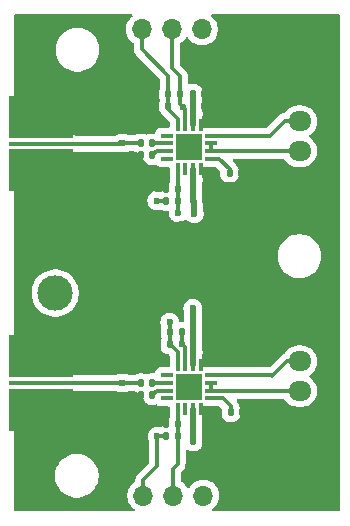
<source format=gbr>
%TF.GenerationSoftware,KiCad,Pcbnew,9.0.0*%
%TF.CreationDate,2025-04-16T15:55:05+03:00*%
%TF.ProjectId,power_detector,706f7765-725f-4646-9574-6563746f722e,rev?*%
%TF.SameCoordinates,Original*%
%TF.FileFunction,Copper,L1,Top*%
%TF.FilePolarity,Positive*%
%FSLAX46Y46*%
G04 Gerber Fmt 4.6, Leading zero omitted, Abs format (unit mm)*
G04 Created by KiCad (PCBNEW 9.0.0) date 2025-04-16 15:55:05*
%MOMM*%
%LPD*%
G01*
G04 APERTURE LIST*
G04 Aperture macros list*
%AMRoundRect*
0 Rectangle with rounded corners*
0 $1 Rounding radius*
0 $2 $3 $4 $5 $6 $7 $8 $9 X,Y pos of 4 corners*
0 Add a 4 corners polygon primitive as box body*
4,1,4,$2,$3,$4,$5,$6,$7,$8,$9,$2,$3,0*
0 Add four circle primitives for the rounded corners*
1,1,$1+$1,$2,$3*
1,1,$1+$1,$4,$5*
1,1,$1+$1,$6,$7*
1,1,$1+$1,$8,$9*
0 Add four rect primitives between the rounded corners*
20,1,$1+$1,$2,$3,$4,$5,0*
20,1,$1+$1,$4,$5,$6,$7,0*
20,1,$1+$1,$6,$7,$8,$9,0*
20,1,$1+$1,$8,$9,$2,$3,0*%
G04 Aperture macros list end*
%TA.AperFunction,SMDPad,CuDef*%
%ADD10R,5.540000X0.410000*%
%TD*%
%TA.AperFunction,SMDPad,CuDef*%
%ADD11R,5.540000X3.610000*%
%TD*%
%TA.AperFunction,SMDPad,CuDef*%
%ADD12RoundRect,0.140000X-0.140000X-0.170000X0.140000X-0.170000X0.140000X0.170000X-0.140000X0.170000X0*%
%TD*%
%TA.AperFunction,SMDPad,CuDef*%
%ADD13RoundRect,0.135000X-0.135000X-0.185000X0.135000X-0.185000X0.135000X0.185000X-0.135000X0.185000X0*%
%TD*%
%TA.AperFunction,ComponentPad*%
%ADD14RoundRect,0.250000X0.725000X-0.600000X0.725000X0.600000X-0.725000X0.600000X-0.725000X-0.600000X0*%
%TD*%
%TA.AperFunction,ComponentPad*%
%ADD15O,1.950000X1.700000*%
%TD*%
%TA.AperFunction,SMDPad,CuDef*%
%ADD16RoundRect,0.135000X0.135000X0.185000X-0.135000X0.185000X-0.135000X-0.185000X0.135000X-0.185000X0*%
%TD*%
%TA.AperFunction,ComponentPad*%
%ADD17R,3.000000X3.000000*%
%TD*%
%TA.AperFunction,ComponentPad*%
%ADD18C,3.000000*%
%TD*%
%TA.AperFunction,SMDPad,CuDef*%
%ADD19RoundRect,0.135000X0.185000X-0.135000X0.185000X0.135000X-0.185000X0.135000X-0.185000X-0.135000X0*%
%TD*%
%TA.AperFunction,SMDPad,CuDef*%
%ADD20R,0.350000X1.050000*%
%TD*%
%TA.AperFunction,SMDPad,CuDef*%
%ADD21R,1.050000X0.350000*%
%TD*%
%TA.AperFunction,SMDPad,CuDef*%
%ADD22R,2.250000X2.250000*%
%TD*%
%TA.AperFunction,ComponentPad*%
%ADD23R,1.700000X1.700000*%
%TD*%
%TA.AperFunction,ComponentPad*%
%ADD24O,1.700000X1.700000*%
%TD*%
%TA.AperFunction,ViaPad*%
%ADD25C,0.600000*%
%TD*%
%TA.AperFunction,Conductor*%
%ADD26C,0.500000*%
%TD*%
%TA.AperFunction,Conductor*%
%ADD27C,0.355250*%
%TD*%
G04 APERTURE END LIST*
D10*
%TO.P,J8,1*%
%TO.N,Net-(C12-Pad1)*%
X46964600Y-87606400D03*
D11*
%TO.P,J8,G1*%
%TO.N,GND*%
X46964600Y-85346400D03*
%TO.P,J8,G2*%
X46964600Y-89866400D03*
%TD*%
D10*
%TO.P,J5,1*%
%TO.N,Net-(C1-Pad1)*%
X46990000Y-67336000D03*
D11*
%TO.P,J5,G1*%
%TO.N,GND*%
X46990000Y-65076000D03*
%TO.P,J5,G2*%
X46990000Y-69596000D03*
%TD*%
D12*
%TO.P,C12,1*%
%TO.N,Net-(C12-Pad1)*%
X55428000Y-87604600D03*
%TO.P,C12,2*%
%TO.N,Net-(IC2-RFIN+)*%
X56388000Y-87604600D03*
%TD*%
D13*
%TO.P,R5,1*%
%TO.N,GND*%
X57529000Y-71160100D03*
%TO.P,R5,2*%
%TO.N,/TC2_ref*%
X58549000Y-71160100D03*
%TD*%
D14*
%TO.P,J9,1,Pin_1*%
%TO.N,GND*%
X68867800Y-90770400D03*
D15*
%TO.P,J9,2,Pin_2*%
%TO.N,/vrms_fow*%
X68867800Y-88270400D03*
%TO.P,J9,3,Pin_3*%
%TO.N,/mcu_adc_fow*%
X68867800Y-85770400D03*
%TO.P,J9,4,Pin_4*%
%TO.N,GND*%
X68867800Y-83270400D03*
%TD*%
D12*
%TO.P,C11,1*%
%TO.N,GND*%
X55425400Y-88620600D03*
%TO.P,C11,2*%
%TO.N,Net-(IC2-RFIN-)*%
X56385400Y-88620600D03*
%TD*%
%TO.P,C4,1*%
%TO.N,+5V*%
X59819600Y-64109600D03*
%TO.P,C4,2*%
%TO.N,GND*%
X60779600Y-64109600D03*
%TD*%
D13*
%TO.P,R3,1*%
%TO.N,GND*%
X56716200Y-64160400D03*
%TO.P,R3,2*%
%TO.N,/vtgt_ref*%
X57736200Y-64160400D03*
%TD*%
D12*
%TO.P,C5,1*%
%TO.N,+5V*%
X59819600Y-63119000D03*
%TO.P,C5,2*%
%TO.N,GND*%
X60779600Y-63119000D03*
%TD*%
D16*
%TO.P,R9,1*%
%TO.N,/vref_fow*%
X58879200Y-83286600D03*
%TO.P,R9,2*%
%TO.N,/vtgt_fow*%
X57859200Y-83286600D03*
%TD*%
D17*
%TO.P,J3,1,Pin_1*%
%TO.N,GND*%
X48158400Y-74904600D03*
D18*
%TO.P,J3,2,Pin_2*%
%TO.N,+5V*%
X48158400Y-79984600D03*
%TD*%
D19*
%TO.P,R8,1*%
%TO.N,GND*%
X53848000Y-88622600D03*
%TO.P,R8,2*%
%TO.N,Net-(C12-Pad1)*%
X53848000Y-87602600D03*
%TD*%
D16*
%TO.P,R2,1*%
%TO.N,/vref_ref*%
X58752200Y-63144400D03*
%TO.P,R2,2*%
%TO.N,/vtgt_ref*%
X57732200Y-63144400D03*
%TD*%
D19*
%TO.P,R1,1*%
%TO.N,GND*%
X53848000Y-68328000D03*
%TO.P,R1,2*%
%TO.N,Net-(C1-Pad1)*%
X53848000Y-67308000D03*
%TD*%
D13*
%TO.P,R10,1*%
%TO.N,GND*%
X56843200Y-84328000D03*
%TO.P,R10,2*%
%TO.N,/vtgt_fow*%
X57863200Y-84328000D03*
%TD*%
D12*
%TO.P,C13,1*%
%TO.N,+5V*%
X59845000Y-84226400D03*
%TO.P,C13,2*%
%TO.N,GND*%
X60805000Y-84226400D03*
%TD*%
D20*
%TO.P,IC1,1,TADJ/PWDN*%
%TO.N,/TC2_ref*%
X58533000Y-69485000D03*
%TO.P,IC1,2,NIC_1*%
%TO.N,unconnected-(IC1-NIC_1-Pad2)*%
X59183000Y-69485000D03*
%TO.P,IC1,3,VPOS1*%
%TO.N,+5V*%
X59833000Y-69485000D03*
%TO.P,IC1,4,GND1*%
%TO.N,GND*%
X60483000Y-69485000D03*
D21*
%TO.P,IC1,5,CRMS*%
%TO.N,Net-(IC1-CRMS)*%
X61358000Y-68610000D03*
%TO.P,IC1,6,VRMS*%
%TO.N,/vrms_ref*%
X61358000Y-67960000D03*
%TO.P,IC1,7,VSET*%
X61358000Y-67310000D03*
%TO.P,IC1,8,VTEMP*%
%TO.N,/mcu_adc_ref*%
X61358000Y-66660000D03*
D20*
%TO.P,IC1,9,GND2*%
%TO.N,GND*%
X60483000Y-65785000D03*
%TO.P,IC1,10,VPOS2*%
%TO.N,+5V*%
X59833000Y-65785000D03*
%TO.P,IC1,11,VREF*%
%TO.N,/vref_ref*%
X59183000Y-65785000D03*
%TO.P,IC1,12,VTGT*%
%TO.N,/vtgt_ref*%
X58533000Y-65785000D03*
D21*
%TO.P,IC1,13,NIC_2*%
%TO.N,unconnected-(IC1-NIC_2-Pad13)*%
X57658000Y-66660000D03*
%TO.P,IC1,14,RFIN+*%
%TO.N,Net-(IC1-RFIN+)*%
X57658000Y-67310000D03*
%TO.P,IC1,15,RFIN-*%
%TO.N,Net-(IC1-RFIN-)*%
X57658000Y-67960000D03*
%TO.P,IC1,16,NIC_3*%
%TO.N,unconnected-(IC1-NIC_3-Pad16)*%
X57658000Y-68610000D03*
D22*
%TO.P,IC1,17,EP*%
%TO.N,GND*%
X59508000Y-67635000D03*
%TD*%
D12*
%TO.P,C9,1*%
%TO.N,+5V*%
X59845000Y-91541600D03*
%TO.P,C9,2*%
%TO.N,GND*%
X60805000Y-91541600D03*
%TD*%
%TO.P,C2,1*%
%TO.N,+5V*%
X59847600Y-71145400D03*
%TO.P,C2,2*%
%TO.N,GND*%
X60807600Y-71145400D03*
%TD*%
%TO.P,C10,1*%
%TO.N,Net-(IC2-CRMS)*%
X63045400Y-90093800D03*
%TO.P,C10,2*%
%TO.N,GND*%
X64005400Y-90093800D03*
%TD*%
D14*
%TO.P,J10,1,Pin_1*%
%TO.N,GND*%
X68859400Y-70455800D03*
D15*
%TO.P,J10,2,Pin_2*%
%TO.N,/vrms_ref*%
X68859400Y-67955800D03*
%TO.P,J10,3,Pin_3*%
%TO.N,/mcu_adc_ref*%
X68859400Y-65455800D03*
%TO.P,J10,4,Pin_4*%
%TO.N,GND*%
X68859400Y-62955800D03*
%TD*%
D20*
%TO.P,IC2,1,TADJ/PWDN*%
%TO.N,/TC2_fow*%
X58533000Y-89775000D03*
%TO.P,IC2,2,NIC_1*%
%TO.N,unconnected-(IC2-NIC_1-Pad2)*%
X59183000Y-89775000D03*
%TO.P,IC2,3,VPOS1*%
%TO.N,+5V*%
X59833000Y-89775000D03*
%TO.P,IC2,4,GND1*%
%TO.N,GND*%
X60483000Y-89775000D03*
D21*
%TO.P,IC2,5,CRMS*%
%TO.N,Net-(IC2-CRMS)*%
X61358000Y-88900000D03*
%TO.P,IC2,6,VRMS*%
%TO.N,/vrms_fow*%
X61358000Y-88250000D03*
%TO.P,IC2,7,VSET*%
X61358000Y-87600000D03*
%TO.P,IC2,8,VTEMP*%
%TO.N,/mcu_adc_fow*%
X61358000Y-86950000D03*
D20*
%TO.P,IC2,9,GND2*%
%TO.N,GND*%
X60483000Y-86075000D03*
%TO.P,IC2,10,VPOS2*%
%TO.N,+5V*%
X59833000Y-86075000D03*
%TO.P,IC2,11,VREF*%
%TO.N,/vref_fow*%
X59183000Y-86075000D03*
%TO.P,IC2,12,VTGT*%
%TO.N,/vtgt_fow*%
X58533000Y-86075000D03*
D21*
%TO.P,IC2,13,NIC_2*%
%TO.N,unconnected-(IC2-NIC_2-Pad13)*%
X57658000Y-86950000D03*
%TO.P,IC2,14,RFIN+*%
%TO.N,Net-(IC2-RFIN+)*%
X57658000Y-87600000D03*
%TO.P,IC2,15,RFIN-*%
%TO.N,Net-(IC2-RFIN-)*%
X57658000Y-88250000D03*
%TO.P,IC2,16,NIC_3*%
%TO.N,unconnected-(IC2-NIC_3-Pad16)*%
X57658000Y-88900000D03*
D22*
%TO.P,IC2,17,EP*%
%TO.N,GND*%
X59508000Y-87925000D03*
%TD*%
D16*
%TO.P,R4,1*%
%TO.N,/TC2_ref*%
X58551000Y-72176100D03*
%TO.P,R4,2*%
%TO.N,/vref_ref*%
X57531000Y-72176100D03*
%TD*%
D12*
%TO.P,C14,1*%
%TO.N,+5V*%
X59842400Y-83312000D03*
%TO.P,C14,2*%
%TO.N,GND*%
X60802400Y-83312000D03*
%TD*%
%TO.P,C8,1*%
%TO.N,+5V*%
X59845000Y-92532200D03*
%TO.P,C8,2*%
%TO.N,GND*%
X60805000Y-92532200D03*
%TD*%
%TO.P,C6,1*%
%TO.N,GND*%
X55425400Y-68326000D03*
%TO.P,C6,2*%
%TO.N,Net-(IC1-RFIN-)*%
X56385400Y-68326000D03*
%TD*%
D16*
%TO.P,R6,1*%
%TO.N,/TC2_fow*%
X58523600Y-92100400D03*
%TO.P,R6,2*%
%TO.N,/vref_fow*%
X57503600Y-92100400D03*
%TD*%
D12*
%TO.P,C7,1*%
%TO.N,Net-(IC1-CRMS)*%
X62921000Y-69799200D03*
%TO.P,C7,2*%
%TO.N,GND*%
X63881000Y-69799200D03*
%TD*%
D13*
%TO.P,R7,1*%
%TO.N,GND*%
X57503600Y-91084400D03*
%TO.P,R7,2*%
%TO.N,/TC2_fow*%
X58523600Y-91084400D03*
%TD*%
D12*
%TO.P,C1,1*%
%TO.N,Net-(C1-Pad1)*%
X55428000Y-67310000D03*
%TO.P,C1,2*%
%TO.N,Net-(IC1-RFIN+)*%
X56388000Y-67310000D03*
%TD*%
D23*
%TO.P,J6,1,Pin_1*%
%TO.N,GND*%
X63236000Y-97129600D03*
D24*
%TO.P,J6,2,Pin_2*%
%TO.N,/vtgt_fow*%
X60696000Y-97129600D03*
%TO.P,J6,3,Pin_3*%
%TO.N,/TC2_fow*%
X58156000Y-97129600D03*
%TO.P,J6,4,Pin_4*%
%TO.N,/vref_fow*%
X55616000Y-97129600D03*
%TD*%
D23*
%TO.P,J7,1,Pin_1*%
%TO.N,GND*%
X63119000Y-57658000D03*
D24*
%TO.P,J7,2,Pin_2*%
%TO.N,/TC2_ref*%
X60579000Y-57658000D03*
%TO.P,J7,3,Pin_3*%
%TO.N,/vref_ref*%
X58039000Y-57658000D03*
%TO.P,J7,4,Pin_4*%
%TO.N,/vtgt_ref*%
X55499000Y-57658000D03*
%TD*%
D12*
%TO.P,C3,1*%
%TO.N,+5V*%
X59847600Y-72136000D03*
%TO.P,C3,2*%
%TO.N,GND*%
X60807600Y-72136000D03*
%TD*%
D25*
%TO.N,+5V*%
X59833000Y-64820800D03*
X59944000Y-73279000D03*
X59817000Y-90830400D03*
X59833000Y-85004400D03*
X59842400Y-70408800D03*
X59817000Y-81280000D03*
%TO.N,GND*%
X66040000Y-59944000D03*
X63246000Y-93218000D03*
X70993000Y-96393000D03*
X54864000Y-65532000D03*
X70739000Y-59690000D03*
X50292000Y-74422000D03*
X58928000Y-74168000D03*
X64770000Y-65532000D03*
X65151000Y-96012000D03*
X55880000Y-76200000D03*
X71120000Y-89916000D03*
X54610000Y-77978000D03*
X63627000Y-73279000D03*
X55118000Y-73914000D03*
X50546000Y-82550000D03*
X65913000Y-60960000D03*
X53594000Y-83566000D03*
X64516000Y-70866000D03*
X52324000Y-76962000D03*
X63246000Y-82296000D03*
X67183000Y-60198000D03*
X51308000Y-68326000D03*
X47752000Y-92456000D03*
X54610000Y-69088000D03*
X53340000Y-71120000D03*
X61722000Y-60706000D03*
X50038000Y-89408000D03*
X45974000Y-96012000D03*
X52832000Y-63500000D03*
X66802000Y-83820000D03*
X64897000Y-92710000D03*
X65786000Y-85852000D03*
X71882000Y-65659000D03*
X63119000Y-85852000D03*
X46990000Y-86614000D03*
X70231000Y-57658000D03*
X54864000Y-85598000D03*
X68453000Y-97282000D03*
X64643000Y-73279000D03*
X68326000Y-58293000D03*
X55626000Y-93726000D03*
X55626000Y-63500000D03*
X60017575Y-68275200D03*
X51308000Y-74422000D03*
X70358000Y-73025000D03*
X46736000Y-98044000D03*
X45720000Y-73660000D03*
X63119000Y-65532000D03*
X61214000Y-75946000D03*
X51562000Y-76454000D03*
X63754000Y-75692000D03*
X63500000Y-83312000D03*
X46482000Y-62738000D03*
X52578000Y-81026000D03*
X52578000Y-72898000D03*
X64643000Y-78994000D03*
X69469000Y-72898000D03*
X54356000Y-95758000D03*
X55880000Y-81026000D03*
X56388000Y-83439000D03*
X45212000Y-96266000D03*
X57658000Y-76200000D03*
X54610000Y-91186000D03*
X48260000Y-62738000D03*
X54762400Y-88620600D03*
X63881000Y-90932000D03*
X58953400Y-88544400D03*
X52070000Y-92456000D03*
X50038000Y-90170000D03*
X71882000Y-74422000D03*
X54356000Y-59944000D03*
X62611000Y-79756000D03*
X71120000Y-85090000D03*
X45974000Y-94488000D03*
X71882000Y-79248000D03*
X71120000Y-86360000D03*
X64262000Y-80010000D03*
X69342000Y-95631000D03*
X45212000Y-95250000D03*
X46228000Y-59182000D03*
X66040000Y-91313000D03*
X64262000Y-77978000D03*
X69469000Y-97917000D03*
X53213000Y-86487000D03*
X52959000Y-89408000D03*
X71374000Y-70485000D03*
X54610000Y-93726000D03*
X46736000Y-92456000D03*
X54102000Y-61976000D03*
X54102000Y-65278000D03*
X52324000Y-78994000D03*
X67564000Y-81534000D03*
X70612000Y-97917000D03*
X65532000Y-79248000D03*
X70485000Y-60325000D03*
X65913000Y-64008000D03*
X66421000Y-65024000D03*
X71755000Y-62357000D03*
X67437000Y-57531000D03*
X65405000Y-57404000D03*
X64135000Y-63246000D03*
X65151000Y-97282000D03*
X65532000Y-70104000D03*
X45339000Y-60706000D03*
X52578000Y-85090000D03*
X71120000Y-94869000D03*
X64643000Y-83947000D03*
X54864000Y-72644000D03*
X63246000Y-80391000D03*
X66421000Y-56896000D03*
X48133000Y-68326000D03*
X70485000Y-69088000D03*
X71882000Y-80010000D03*
X65278000Y-81407000D03*
X53340000Y-81026000D03*
X50292000Y-75438000D03*
X61595000Y-59309000D03*
X62865000Y-74549000D03*
X48133000Y-66294000D03*
X54610000Y-76200000D03*
X54610000Y-62992000D03*
X51816000Y-85598000D03*
X59563000Y-93726000D03*
X66802000Y-63500000D03*
X50038000Y-91694000D03*
X54102000Y-71882000D03*
X54864000Y-61468000D03*
X61468000Y-94488000D03*
X51308000Y-70104000D03*
X69469000Y-93472000D03*
X52578000Y-98044000D03*
X64719200Y-90093800D03*
X50546000Y-71882000D03*
X48133000Y-88646000D03*
X46482000Y-97028000D03*
X45720000Y-75438000D03*
X62484000Y-71120000D03*
X63500000Y-70866000D03*
X49784000Y-71882000D03*
X45974000Y-68326000D03*
X50292000Y-63246000D03*
X57277000Y-90043000D03*
X56896000Y-81788000D03*
X51816000Y-73914000D03*
X60084575Y-87270391D03*
X53340000Y-85598000D03*
X61214000Y-79756000D03*
X53086000Y-61468000D03*
X51943000Y-88646000D03*
X68453000Y-61341000D03*
X51308000Y-65278000D03*
X54356000Y-60960000D03*
X49022000Y-86614000D03*
X53086000Y-68326000D03*
X66675000Y-85344000D03*
X67310000Y-84836000D03*
X63246000Y-62611000D03*
X55372000Y-76708000D03*
X66548000Y-92583000D03*
X57912000Y-74168000D03*
X54610000Y-94742000D03*
X48768000Y-82550000D03*
X71374000Y-72771000D03*
X57404000Y-70104000D03*
X53594000Y-60706000D03*
X51816000Y-71882000D03*
X66548000Y-59055000D03*
X71501000Y-66802000D03*
X63754000Y-76962000D03*
X63119000Y-91186000D03*
X65405000Y-58801000D03*
X66802000Y-58293000D03*
X58928000Y-75184000D03*
X53340000Y-64262000D03*
X56134000Y-77978000D03*
X56388000Y-74676000D03*
X59309000Y-60452000D03*
X65024000Y-71882000D03*
X66675000Y-90678000D03*
X65151000Y-95123000D03*
X51816000Y-77978000D03*
X50546000Y-85090000D03*
X50292000Y-78232000D03*
X69723000Y-56896000D03*
X58420000Y-78994000D03*
X51816000Y-91186000D03*
X53594000Y-76962000D03*
X44969379Y-66294004D03*
X61468000Y-63119000D03*
X47244000Y-62738000D03*
X61214000Y-78994000D03*
X51308000Y-75692000D03*
X53086000Y-93980000D03*
X71501000Y-57658000D03*
X52578000Y-90424000D03*
X59690000Y-61087000D03*
X55626000Y-72390000D03*
X56642000Y-82804000D03*
X63373000Y-95123000D03*
X66929000Y-97917000D03*
X45974000Y-66294000D03*
X65532000Y-85090000D03*
X66294000Y-81534000D03*
X55880000Y-75438000D03*
X59436000Y-94742000D03*
X61722000Y-65405000D03*
X66167000Y-95885000D03*
X63246000Y-94234000D03*
X64262000Y-95123000D03*
X50292000Y-66294000D03*
X54356000Y-64262000D03*
X55626000Y-92837000D03*
X66421000Y-97536000D03*
X53086000Y-69088000D03*
X46482000Y-93472000D03*
X64897000Y-61341000D03*
X56388000Y-82296000D03*
X53594000Y-81788000D03*
X66548000Y-73533000D03*
X54229000Y-66167000D03*
X46482000Y-58166000D03*
X65532000Y-72771000D03*
X49022000Y-62738000D03*
X61468000Y-69596000D03*
X45720000Y-92456000D03*
X61493400Y-84226400D03*
X44968627Y-88646098D03*
X51816000Y-70866000D03*
X70612000Y-63500000D03*
X46990000Y-66294000D03*
X51816000Y-62738000D03*
X69850000Y-97028000D03*
X54610000Y-71120000D03*
X62230000Y-72898000D03*
X53848000Y-59690000D03*
X53340000Y-90932000D03*
X45339000Y-59563000D03*
X66294000Y-93853000D03*
X70358000Y-62230000D03*
X51308000Y-69088000D03*
X49784000Y-62738000D03*
X68453000Y-93853000D03*
X65024000Y-89281000D03*
X71120000Y-82550000D03*
X61679375Y-90170000D03*
X53848000Y-63500000D03*
X52832000Y-91948000D03*
X46228000Y-60198000D03*
X45974000Y-88646000D03*
X53340000Y-94996000D03*
X53848000Y-89331800D03*
X55880000Y-81788000D03*
X53086000Y-73914000D03*
X45974000Y-86614000D03*
X54102000Y-70104000D03*
X71120000Y-80137000D03*
X55118000Y-60452000D03*
X63881000Y-72136000D03*
X65913000Y-71374000D03*
X56134000Y-71120000D03*
X55372000Y-62230000D03*
X53594000Y-74930000D03*
X61214000Y-73660000D03*
X66548000Y-72390000D03*
X53086000Y-62738000D03*
X67437000Y-95885000D03*
X60452000Y-94742000D03*
X56896000Y-69596000D03*
X53848000Y-84582000D03*
X62484000Y-78613000D03*
X61468000Y-83312000D03*
X52324000Y-69088000D03*
X54610000Y-81788000D03*
X62357000Y-75565000D03*
X70612000Y-71120000D03*
X56642000Y-70358000D03*
X65151000Y-78486000D03*
X50546000Y-71120000D03*
X57404000Y-77978000D03*
X56388000Y-85344000D03*
X50546000Y-85852000D03*
X51054000Y-88646000D03*
X63881000Y-65532000D03*
X58928000Y-77216000D03*
X64643000Y-93853000D03*
X52578000Y-84328000D03*
X55626000Y-91948000D03*
X53848000Y-90170000D03*
X53340000Y-78994000D03*
X71628000Y-71755000D03*
X50292000Y-73660000D03*
X62865000Y-61849000D03*
X54737000Y-89662000D03*
X55499000Y-83947000D03*
X53848000Y-97282000D03*
X52578000Y-92964000D03*
X53340000Y-72390000D03*
X61214000Y-80518000D03*
X71755000Y-63246000D03*
X66167000Y-82804000D03*
X52324000Y-65278000D03*
X47752000Y-82550000D03*
X68580000Y-81534000D03*
X52324000Y-86614000D03*
X51562000Y-86614000D03*
X64643000Y-68961000D03*
X51054000Y-64516000D03*
X56134000Y-69596000D03*
X68834000Y-72136000D03*
X64135000Y-89281000D03*
X70739000Y-97028000D03*
X70104000Y-58674000D03*
X57023000Y-65532000D03*
X50165000Y-88646000D03*
X67310000Y-71755000D03*
X52324000Y-74422000D03*
X71120000Y-88646000D03*
X56134000Y-61595000D03*
X71247000Y-56896000D03*
X52832000Y-88646000D03*
X64008000Y-85852000D03*
X71120000Y-81788000D03*
X52832000Y-70104000D03*
X66929000Y-61595000D03*
X49530000Y-77470000D03*
X54356000Y-73152000D03*
X70739000Y-65659000D03*
X64008000Y-92075000D03*
X51562000Y-72898000D03*
X71120000Y-91948000D03*
X50038000Y-72898000D03*
X52832000Y-73406000D03*
X52324000Y-64516000D03*
X50292000Y-65278000D03*
X54102000Y-81026000D03*
X70739000Y-67564000D03*
X65151000Y-82550000D03*
X45339000Y-61722000D03*
X70231000Y-72009000D03*
X68199000Y-56896000D03*
X69723000Y-92456000D03*
X57658000Y-75184000D03*
X63246000Y-63500000D03*
X46990000Y-88646000D03*
X64897000Y-85852000D03*
X63627000Y-61087000D03*
X50292000Y-81534000D03*
X65024000Y-64389000D03*
X61518800Y-92532200D03*
X53848000Y-91948000D03*
X68072000Y-59055000D03*
X65659000Y-65532000D03*
X51054000Y-77470000D03*
X61214000Y-76708000D03*
X53848000Y-73660000D03*
X65659000Y-83820000D03*
X65532000Y-89789000D03*
X51816000Y-89662000D03*
X69342000Y-60452000D03*
X51054000Y-91948000D03*
X46736000Y-71882000D03*
X71628000Y-60452000D03*
X54356000Y-83566000D03*
X63500000Y-79248000D03*
X51054000Y-82042000D03*
X45212000Y-97282000D03*
X70739000Y-64389000D03*
X51054000Y-63754000D03*
X56794400Y-91084400D03*
X66167000Y-62611000D03*
X50800000Y-72898000D03*
X55626000Y-70358000D03*
X55118000Y-81026000D03*
X44969379Y-86614004D03*
X52832000Y-97282000D03*
X58945225Y-87299800D03*
X64262000Y-74676000D03*
X55372000Y-82804000D03*
X67310000Y-92710000D03*
X65278000Y-91821000D03*
X55753000Y-61087000D03*
X53594000Y-58420000D03*
X59309000Y-59436000D03*
X62992000Y-60198000D03*
X68961000Y-57531000D03*
X68961000Y-59436000D03*
X61595000Y-59944000D03*
X56134000Y-84328000D03*
X46482000Y-77724000D03*
X61214000Y-72898000D03*
X57658000Y-81026000D03*
X65532000Y-68961000D03*
X61468000Y-93472000D03*
X67564000Y-96774000D03*
X67056000Y-82550000D03*
X71755000Y-64516000D03*
X67564000Y-94107000D03*
X46736000Y-82550000D03*
X52324000Y-68326000D03*
X51308000Y-78994000D03*
X50546000Y-70104000D03*
X63500000Y-85090000D03*
X45720000Y-62738000D03*
X65405000Y-74041000D03*
X56845200Y-71145400D03*
X50038000Y-86614000D03*
X52578000Y-83312000D03*
X51308000Y-66294000D03*
X62103000Y-73914000D03*
X45720000Y-81280000D03*
X49022000Y-66294000D03*
X71120000Y-93218000D03*
X68326000Y-94869000D03*
X61214000Y-78232000D03*
X64516000Y-76327000D03*
X67056000Y-70231000D03*
X67183000Y-62484000D03*
X55245000Y-66167000D03*
X67056000Y-64516000D03*
X55626000Y-64897000D03*
X63246000Y-64389000D03*
X51308000Y-83312000D03*
X65151000Y-97917000D03*
X51816000Y-63754000D03*
X64262000Y-62103000D03*
X69850000Y-81534000D03*
X53340000Y-96266000D03*
X63627000Y-59436000D03*
X56261000Y-66167000D03*
X54356000Y-75438000D03*
X57404000Y-73406000D03*
X57404000Y-85852000D03*
X61679375Y-85725000D03*
X61214000Y-77470000D03*
X71120000Y-87630000D03*
X66802000Y-71247000D03*
X55626000Y-69088000D03*
X64135000Y-64389000D03*
X52578000Y-71882000D03*
X53340000Y-82804000D03*
X67945000Y-72771000D03*
X50292000Y-76962000D03*
X51562000Y-81280000D03*
X61976000Y-81026000D03*
X70866000Y-66548000D03*
X52324000Y-66294000D03*
X55626000Y-71628000D03*
X54356000Y-74422000D03*
X54711600Y-68351400D03*
X55880000Y-91059000D03*
X54102000Y-86487000D03*
X63754000Y-68961000D03*
X67056000Y-94996000D03*
X65405000Y-62230000D03*
X68326000Y-92456000D03*
X49022000Y-88646000D03*
X45720000Y-78740000D03*
X47752000Y-71882000D03*
X50800000Y-86614000D03*
X52070000Y-81788000D03*
X52578000Y-62230000D03*
X47498000Y-61976000D03*
X70104000Y-61214000D03*
X44968627Y-68326098D03*
X56388000Y-78994000D03*
X58928000Y-78232000D03*
X56515000Y-63373000D03*
X63500000Y-84328000D03*
X56642000Y-81026000D03*
X45847000Y-57023000D03*
X50546000Y-84074000D03*
X54356000Y-82804000D03*
X70358000Y-95504000D03*
X66421000Y-68961000D03*
X46990000Y-68326000D03*
X71120000Y-90932000D03*
X64643000Y-90932000D03*
X64135000Y-81407000D03*
X56642000Y-86233000D03*
X64897000Y-77343000D03*
X61214000Y-75184000D03*
X55118000Y-74930000D03*
X63627000Y-78105000D03*
X64592200Y-69799200D03*
X45212000Y-94234000D03*
X54737000Y-86360000D03*
X53340000Y-77978000D03*
X56896000Y-74930000D03*
X51054000Y-90424000D03*
X51562000Y-82550000D03*
X66294000Y-84582000D03*
X62738000Y-71882000D03*
X48133000Y-86614000D03*
X45720000Y-98044000D03*
X60084575Y-88493600D03*
X52070000Y-69850000D03*
X45720000Y-71882000D03*
X66167000Y-79883000D03*
X65532000Y-94615000D03*
X53340000Y-65278000D03*
X52832000Y-76200000D03*
X61518800Y-91541600D03*
X53594000Y-98044000D03*
X58869025Y-67005200D03*
X71374000Y-61341000D03*
X50546000Y-69088000D03*
X49784000Y-82550000D03*
X49022000Y-68326000D03*
X51054000Y-62992000D03*
X50292000Y-76200000D03*
X45720000Y-76200000D03*
X70104000Y-94107000D03*
X62738000Y-81534000D03*
X61468000Y-64135000D03*
X45466000Y-80264000D03*
X71120000Y-83820000D03*
X70485000Y-69977000D03*
X65024000Y-75311000D03*
X64516000Y-85090000D03*
X45720000Y-72644000D03*
X47498000Y-77216000D03*
X54610000Y-84582000D03*
X58420000Y-81026000D03*
X55753000Y-86487000D03*
X67310000Y-68961000D03*
X55118000Y-70866000D03*
X45720000Y-82550000D03*
X56515000Y-62357000D03*
X58869025Y-68300600D03*
X65278000Y-80645000D03*
X56642000Y-73406000D03*
X54356000Y-78994000D03*
X62230000Y-61341000D03*
X63246000Y-92202000D03*
X57404000Y-78994000D03*
X56388000Y-65024000D03*
X71628000Y-68326000D03*
X62357000Y-77597000D03*
X48514000Y-77216000D03*
X55499000Y-84963000D03*
X64897000Y-59563000D03*
X67945000Y-60452000D03*
X53848000Y-93472000D03*
X54610000Y-70358000D03*
X55372000Y-78994000D03*
X45720000Y-77216000D03*
X56007000Y-89916000D03*
X45212000Y-93218000D03*
X54610000Y-92456000D03*
X51562000Y-84328000D03*
X55118000Y-64262000D03*
X50292000Y-68326000D03*
X45720000Y-74676000D03*
X64516000Y-60325000D03*
X71882000Y-69469000D03*
X53340000Y-57404000D03*
X65024000Y-63246000D03*
X50038000Y-90932000D03*
X62484000Y-59563000D03*
X46355000Y-61468000D03*
X71374000Y-73787000D03*
X61214000Y-74422000D03*
X55880000Y-73152000D03*
X62611000Y-76454000D03*
X71501000Y-58801000D03*
X58928000Y-76200000D03*
X53848000Y-69037200D03*
X45339000Y-58293000D03*
X50546000Y-83312000D03*
X48768000Y-71882000D03*
X57658000Y-77216000D03*
X56007000Y-64160400D03*
X70104000Y-93218000D03*
X52324000Y-75438000D03*
X68072000Y-98044000D03*
X64262000Y-82931000D03*
X53213000Y-66294000D03*
X66167000Y-89281000D03*
X65405000Y-90551000D03*
X50292000Y-64262000D03*
X60017575Y-67005200D03*
X59944000Y-61976000D03*
%TO.N,/vref_ref*%
X56769000Y-72150700D03*
X58940700Y-64198500D03*
%TO.N,/TC2_ref*%
X58572400Y-73202800D03*
%TO.N,/vref_fow*%
X56819800Y-92125800D03*
X58902600Y-84302600D03*
%TO.N,/vtgt_fow*%
X57861200Y-82473800D03*
%TD*%
D26*
%TO.N,+5V*%
X59847600Y-69499600D02*
X59833000Y-69485000D01*
X59847600Y-72136000D02*
X59847600Y-69499600D01*
X59944000Y-72232400D02*
X59847600Y-72136000D01*
X59944000Y-73279000D02*
X59944000Y-72232400D01*
X59845000Y-89787000D02*
X59833000Y-89775000D01*
X59845000Y-91541600D02*
X59845000Y-89787000D01*
D27*
X59817000Y-89791000D02*
X59833000Y-89775000D01*
D26*
X59845000Y-90858400D02*
X59817000Y-90830400D01*
X59845000Y-91541600D02*
X59845000Y-90858400D01*
X59845000Y-92532200D02*
X59845000Y-91541600D01*
X59833000Y-85004400D02*
X59833000Y-86075000D01*
X59845000Y-84992400D02*
X59833000Y-85004400D01*
X59845000Y-84226400D02*
X59845000Y-84992400D01*
X59842400Y-84223800D02*
X59845000Y-84226400D01*
X59842400Y-83312000D02*
X59842400Y-84223800D01*
X59817000Y-83286600D02*
X59842400Y-83312000D01*
X59817000Y-81280000D02*
X59817000Y-83286600D01*
D27*
%TO.N,Net-(IC1-RFIN+)*%
X56388000Y-67310000D02*
X57658000Y-67310000D01*
%TO.N,Net-(C1-Pad1)*%
X53818000Y-67336000D02*
X53848000Y-67306000D01*
X46990000Y-67336000D02*
X53818000Y-67336000D01*
X55426000Y-67308000D02*
X55428000Y-67310000D01*
X53848000Y-67308000D02*
X55172000Y-67308000D01*
%TO.N,Net-(IC1-RFIN-)*%
X56385400Y-68326000D02*
X56751400Y-67960000D01*
X56751400Y-67960000D02*
X57658000Y-67960000D01*
%TO.N,Net-(IC1-CRMS)*%
X61358000Y-68610000D02*
X62036600Y-68610000D01*
X62036600Y-68610000D02*
X62921000Y-69494400D01*
X62921000Y-69494400D02*
X62921000Y-69799200D01*
%TO.N,+5V*%
X59842400Y-70408800D02*
X59842400Y-71140200D01*
X59842400Y-84995000D02*
X59833000Y-85004400D01*
D26*
X59819600Y-63119000D02*
X59819600Y-64807400D01*
D27*
X59819600Y-64807400D02*
X59833000Y-64820800D01*
X59833000Y-90814400D02*
X59817000Y-90830400D01*
D26*
X59833000Y-64820800D02*
X59833000Y-65785000D01*
D27*
X59822200Y-63119000D02*
X59810200Y-63131000D01*
X59842400Y-71140200D02*
X59847600Y-71145400D01*
X59847600Y-71145400D02*
X59833000Y-71130800D01*
X59833000Y-70399400D02*
X59842400Y-70408800D01*
%TO.N,GND*%
X46990000Y-89662000D02*
X45974000Y-88646000D01*
X61696600Y-65379600D02*
X61722000Y-65405000D01*
X46990000Y-89916000D02*
X47752000Y-89916000D01*
X46990000Y-65076000D02*
X46990000Y-65151000D01*
X46990000Y-85396000D02*
X46990000Y-86614000D01*
X46990000Y-85396000D02*
X46187383Y-85396000D01*
X59508000Y-67765625D02*
X60017575Y-68275200D01*
X55425400Y-88620600D02*
X54762400Y-88620600D01*
X59508000Y-67635000D02*
X59508000Y-67514775D01*
X59508000Y-67635000D02*
X59498825Y-67635000D01*
X59508000Y-67661625D02*
X58869025Y-68300600D01*
X59508000Y-67635000D02*
X59508000Y-67661625D01*
X61442600Y-63119000D02*
X60779600Y-63119000D01*
X64005400Y-90093800D02*
X64719200Y-90093800D01*
X61603175Y-90093800D02*
X61679375Y-90170000D01*
X46990000Y-69596000D02*
X46238529Y-69596000D01*
X61357000Y-69485000D02*
X61468000Y-69596000D01*
X46990000Y-65076000D02*
X46990000Y-66294000D01*
X60483000Y-86075000D02*
X61329375Y-86075000D01*
X46990000Y-65151000D02*
X48133000Y-66294000D01*
X46990000Y-89916000D02*
X46990000Y-89789000D01*
X61391800Y-64109600D02*
X61442600Y-64109600D01*
X46990000Y-85396000D02*
X47804000Y-85396000D01*
X46990000Y-65076000D02*
X47804000Y-65076000D01*
X46990000Y-89916000D02*
X46990000Y-88646000D01*
X59515975Y-87925000D02*
X60084575Y-88493600D01*
X56859900Y-71160100D02*
X56845200Y-71145400D01*
X54737000Y-68326000D02*
X54711600Y-68351400D01*
X47804000Y-85396000D02*
X49022000Y-86614000D01*
X53848000Y-88622600D02*
X53848000Y-89331800D01*
X46990000Y-69596000D02*
X46990000Y-69342000D01*
X53848000Y-68328000D02*
X53848000Y-69037200D01*
X59498825Y-67635000D02*
X58869025Y-67005200D01*
X46990000Y-85396000D02*
X46990000Y-85471000D01*
X46238529Y-69596000D02*
X44968627Y-68326098D01*
X56716200Y-64160400D02*
X56007000Y-64160400D01*
X59508000Y-87989800D02*
X58953400Y-88544400D01*
X46990000Y-85396000D02*
X46990000Y-85598000D01*
X46990000Y-69596000D02*
X46990000Y-68326000D01*
X60483000Y-89775000D02*
X61276200Y-89775000D01*
X61518800Y-92532200D02*
X60805000Y-92532200D01*
X46990000Y-69596000D02*
X46990000Y-69469000D01*
X61518800Y-91541600D02*
X60805000Y-91541600D01*
X60483000Y-86075000D02*
X61346600Y-86075000D01*
X46990000Y-65076000D02*
X46990000Y-65278000D01*
X57503600Y-91084400D02*
X56794400Y-91084400D01*
X46990000Y-69342000D02*
X45974000Y-68326000D01*
X46990000Y-85598000D02*
X45974000Y-86614000D01*
X46990000Y-89789000D02*
X48133000Y-88646000D01*
X47804000Y-65076000D02*
X49022000Y-66294000D01*
X60807600Y-71145400D02*
X61518800Y-71145400D01*
X46990000Y-65278000D02*
X45974000Y-66294000D01*
X60807600Y-72136000D02*
X61493400Y-72136000D01*
X46990000Y-69469000D02*
X48133000Y-68326000D01*
X61276200Y-89775000D02*
X61595000Y-90093800D01*
X61671200Y-65379600D02*
X61696600Y-65379600D01*
X59508000Y-87846966D02*
X60084575Y-87270391D01*
X56843200Y-84328000D02*
X56134000Y-84328000D01*
X61265800Y-65785000D02*
X60483000Y-65785000D01*
X47752000Y-89916000D02*
X49022000Y-88646000D01*
X46990000Y-85471000D02*
X48133000Y-86614000D01*
X46187383Y-85396000D02*
X44969379Y-86614004D01*
X59508000Y-87862575D02*
X58945225Y-87299800D01*
X47752000Y-69596000D02*
X49022000Y-68326000D01*
X46990000Y-89916000D02*
X46990000Y-89662000D01*
X46990000Y-89916000D02*
X46238529Y-89916000D01*
X59508000Y-67514775D02*
X60017575Y-67005200D01*
X46990000Y-69596000D02*
X47752000Y-69596000D01*
X59508000Y-67635000D02*
X59508000Y-67765625D01*
X61595000Y-83312000D02*
X60802400Y-83312000D01*
X63881000Y-69799200D02*
X64592200Y-69799200D01*
X61442600Y-63119000D02*
X61468000Y-63119000D01*
X61331600Y-69485000D02*
X61357000Y-69485000D01*
X61329375Y-86075000D02*
X61679375Y-85725000D01*
X46187383Y-65076000D02*
X44969379Y-66294004D01*
X46238529Y-89916000D02*
X44968627Y-88646098D01*
X61671200Y-65379600D02*
X61265800Y-65785000D01*
X60779600Y-64109600D02*
X61391800Y-64109600D01*
X55425400Y-68326000D02*
X54737000Y-68326000D01*
X59508000Y-87925000D02*
X59508000Y-87846966D01*
X59508000Y-87925000D02*
X59508000Y-87862575D01*
X60805000Y-84226400D02*
X61493400Y-84226400D01*
X46990000Y-65076000D02*
X46187383Y-65076000D01*
X57529000Y-71160100D02*
X56859900Y-71160100D01*
X61595000Y-90093800D02*
X61603175Y-90093800D01*
X60483000Y-69485000D02*
X61331600Y-69485000D01*
X59508000Y-87925000D02*
X59508000Y-87989800D01*
X59508000Y-87925000D02*
X59515975Y-87925000D01*
X61442600Y-64109600D02*
X61468000Y-64135000D01*
%TO.N,/vrms_ref*%
X68867800Y-67915800D02*
X68823600Y-67960000D01*
X61358000Y-67310000D02*
X61358000Y-67960000D01*
X68823600Y-67960000D02*
X61358000Y-67960000D01*
%TO.N,/mcu_adc_ref*%
X66334400Y-66660000D02*
X61358000Y-66660000D01*
X68867800Y-65415800D02*
X67578600Y-65415800D01*
X67578600Y-65415800D02*
X66334400Y-66660000D01*
%TO.N,Net-(C12-Pad1)*%
X55426000Y-87602600D02*
X55428000Y-87604600D01*
X53848000Y-87602600D02*
X55426000Y-87602600D01*
X53844200Y-87606400D02*
X53848000Y-87602600D01*
X46964600Y-87606400D02*
X53844200Y-87606400D01*
%TO.N,/vref_ref*%
X58750200Y-61645800D02*
X58039000Y-60934600D01*
X58752200Y-64010000D02*
X58752200Y-63144400D01*
X57531000Y-72176100D02*
X56794400Y-72176100D01*
X58750200Y-63142400D02*
X58750200Y-61645800D01*
X59183000Y-65785000D02*
X59154375Y-65756375D01*
X56794400Y-72176100D02*
X56769000Y-72150700D01*
X58039000Y-60934600D02*
X58039000Y-57658000D01*
X59154375Y-65756375D02*
X59154375Y-64412175D01*
X59154375Y-64412175D02*
X58940700Y-64198500D01*
X58940700Y-64198500D02*
X58752200Y-64010000D01*
X58752200Y-63144400D02*
X58750200Y-63142400D01*
%TO.N,/vtgt_ref*%
X58533000Y-65785000D02*
X58533000Y-65213200D01*
X58533000Y-65213200D02*
X57736200Y-64416400D01*
X57732200Y-63144400D02*
X57732200Y-61593000D01*
X55499000Y-59359800D02*
X55499000Y-57658000D01*
X57732200Y-61593000D02*
X55499000Y-59359800D01*
X57736200Y-64160400D02*
X57736200Y-63148400D01*
X57736200Y-64416400D02*
X57736200Y-64160400D01*
X57736200Y-63148400D02*
X57732200Y-63144400D01*
%TO.N,/TC2_ref*%
X58572400Y-73202800D02*
X58572400Y-72197500D01*
X58533000Y-71144100D02*
X58549000Y-71160100D01*
X58572400Y-72197500D02*
X58551000Y-72176100D01*
X58551000Y-71109300D02*
X58551000Y-72146700D01*
X58533000Y-69485000D02*
X58533000Y-71144100D01*
X58551000Y-72146700D02*
X58547000Y-72150700D01*
%TO.N,/vref_fow*%
X59183000Y-86075000D02*
X59183000Y-85314121D01*
X56819800Y-92125800D02*
X56819800Y-94615000D01*
X59154375Y-85285496D02*
X59154375Y-84554375D01*
X58902600Y-84302600D02*
X58902600Y-83310000D01*
X56819800Y-94615000D02*
X55626000Y-95808800D01*
X59154375Y-84554375D02*
X58902600Y-84302600D01*
X58902600Y-83310000D02*
X58879200Y-83286600D01*
X59183000Y-85314121D02*
X59154375Y-85285496D01*
X55626000Y-97119600D02*
X55616000Y-97129600D01*
X56845200Y-92100400D02*
X56819800Y-92125800D01*
X55626000Y-95808800D02*
X55626000Y-97119600D01*
X57503600Y-92100400D02*
X56845200Y-92100400D01*
%TO.N,Net-(IC2-RFIN+)*%
X57653400Y-87604600D02*
X57658000Y-87600000D01*
X56388000Y-87604600D02*
X57653400Y-87604600D01*
X57755000Y-87604600D02*
X57759600Y-87600000D01*
%TO.N,/mcu_adc_fow*%
X67772600Y-85770400D02*
X68867800Y-85770400D01*
X61358000Y-86950000D02*
X66503000Y-86950000D01*
X66548000Y-86995000D02*
X67772600Y-85770400D01*
X66503000Y-86950000D02*
X66548000Y-86995000D01*
%TO.N,Net-(IC2-RFIN-)*%
X56756000Y-88250000D02*
X56385400Y-88620600D01*
X57658000Y-88250000D02*
X56756000Y-88250000D01*
%TO.N,Net-(IC2-CRMS)*%
X62357000Y-88900000D02*
X63045400Y-89588400D01*
X61358000Y-88900000D02*
X62357000Y-88900000D01*
X63045400Y-89588400D02*
X63045400Y-90093800D01*
%TO.N,/vrms_fow*%
X61358000Y-87600000D02*
X61358000Y-88250000D01*
X64780000Y-88270400D02*
X68867800Y-88270400D01*
X64759600Y-88250000D02*
X64780000Y-88270400D01*
X61358000Y-88250000D02*
X64759600Y-88250000D01*
%TO.N,/vtgt_fow*%
X58533000Y-86075000D02*
X58533000Y-84997800D01*
X57861200Y-82473800D02*
X57861200Y-83284600D01*
X57861200Y-83284600D02*
X57859200Y-83286600D01*
X57863200Y-84328000D02*
X57863200Y-83290600D01*
X58533000Y-84997800D02*
X57863200Y-84328000D01*
X57863200Y-83290600D02*
X57859200Y-83286600D01*
%TO.N,/TC2_fow*%
X58166000Y-97119600D02*
X58156000Y-97129600D01*
X58533000Y-89775000D02*
X58533000Y-92091000D01*
X58521600Y-92102400D02*
X58521600Y-94488000D01*
X58521600Y-94488000D02*
X58166000Y-94843600D01*
X58523600Y-92100400D02*
X58521600Y-92102400D01*
X58533000Y-92091000D02*
X58523600Y-92100400D01*
X58166000Y-94843600D02*
X58166000Y-97119600D01*
%TD*%
%TA.AperFunction,Conductor*%
%TO.N,GND*%
G36*
X54914761Y-88297993D02*
G01*
X54938275Y-88311899D01*
X55031605Y-88367094D01*
X55064624Y-88376687D01*
X55187002Y-88412242D01*
X55187005Y-88412242D01*
X55187007Y-88412243D01*
X55223310Y-88415100D01*
X55480900Y-88415100D01*
X55547939Y-88434785D01*
X55593694Y-88487589D01*
X55604900Y-88539100D01*
X55604900Y-88855297D01*
X55607756Y-88891591D01*
X55607757Y-88891597D01*
X55652904Y-89046990D01*
X55652905Y-89046993D01*
X55735281Y-89186284D01*
X55735287Y-89186292D01*
X55849707Y-89300712D01*
X55849711Y-89300715D01*
X55849713Y-89300717D01*
X55989005Y-89383094D01*
X56014830Y-89390597D01*
X56144402Y-89428242D01*
X56144405Y-89428242D01*
X56144407Y-89428243D01*
X56180710Y-89431100D01*
X56180718Y-89431100D01*
X56590082Y-89431100D01*
X56590090Y-89431100D01*
X56626393Y-89428243D01*
X56670243Y-89415503D01*
X56740112Y-89415702D01*
X56779150Y-89435313D01*
X56890664Y-89518793D01*
X56890671Y-89518797D01*
X56899144Y-89521957D01*
X57025517Y-89569091D01*
X57085127Y-89575500D01*
X57731133Y-89575499D01*
X57798172Y-89595183D01*
X57843927Y-89647987D01*
X57852949Y-89702120D01*
X57854875Y-89702120D01*
X57854875Y-90519531D01*
X57837608Y-90582651D01*
X57800730Y-90645008D01*
X57800729Y-90645011D01*
X57755935Y-90799191D01*
X57755934Y-90799197D01*
X57753100Y-90835211D01*
X57753100Y-91155900D01*
X57733415Y-91222939D01*
X57680611Y-91268694D01*
X57629100Y-91279900D01*
X57304430Y-91279900D01*
X57304408Y-91279901D01*
X57268394Y-91282735D01*
X57114211Y-91327529D01*
X57114203Y-91327532D01*
X57103580Y-91333815D01*
X57035856Y-91350994D01*
X57016273Y-91348697D01*
X56898646Y-91325300D01*
X56898642Y-91325300D01*
X56740958Y-91325300D01*
X56740955Y-91325300D01*
X56586310Y-91356061D01*
X56586298Y-91356064D01*
X56440627Y-91416402D01*
X56440614Y-91416409D01*
X56309511Y-91504010D01*
X56309507Y-91504013D01*
X56198013Y-91615507D01*
X56198010Y-91615511D01*
X56110409Y-91746614D01*
X56110402Y-91746627D01*
X56050064Y-91892298D01*
X56050061Y-91892310D01*
X56019300Y-92046953D01*
X56019300Y-92204646D01*
X56050061Y-92359289D01*
X56050064Y-92359301D01*
X56110403Y-92504973D01*
X56110404Y-92504975D01*
X56110406Y-92504979D01*
X56120776Y-92520500D01*
X56141655Y-92587174D01*
X56141675Y-92589390D01*
X56141675Y-94282748D01*
X56121990Y-94349787D01*
X56105356Y-94370429D01*
X55099268Y-95376516D01*
X55099262Y-95376524D01*
X55025053Y-95487585D01*
X55025051Y-95487589D01*
X55010913Y-95521724D01*
X54973936Y-95610993D01*
X54973933Y-95611005D01*
X54947875Y-95742006D01*
X54947875Y-95882530D01*
X54928190Y-95949569D01*
X54896760Y-95982848D01*
X54736214Y-96099490D01*
X54736209Y-96099494D01*
X54585890Y-96249813D01*
X54460951Y-96421779D01*
X54364444Y-96611185D01*
X54298753Y-96813360D01*
X54265500Y-97023313D01*
X54265500Y-97235886D01*
X54298753Y-97445839D01*
X54364444Y-97648014D01*
X54460951Y-97837420D01*
X54585890Y-98009386D01*
X54736209Y-98159705D01*
X54736214Y-98159709D01*
X54841846Y-98236455D01*
X54884512Y-98291784D01*
X54890491Y-98361398D01*
X54857886Y-98423193D01*
X54797047Y-98457550D01*
X54769058Y-98460773D01*
X44782717Y-98468547D01*
X44715662Y-98448915D01*
X44669866Y-98396146D01*
X44658620Y-98344506D01*
X44659684Y-95331911D01*
X48136700Y-95331911D01*
X48136700Y-95574488D01*
X48168361Y-95814985D01*
X48231147Y-96049304D01*
X48314199Y-96249808D01*
X48323976Y-96273412D01*
X48445264Y-96483489D01*
X48445266Y-96483492D01*
X48445267Y-96483493D01*
X48592933Y-96675936D01*
X48592939Y-96675943D01*
X48764456Y-96847460D01*
X48764462Y-96847465D01*
X48956911Y-96995136D01*
X49166988Y-97116424D01*
X49391100Y-97209254D01*
X49625411Y-97272038D01*
X49805786Y-97295784D01*
X49865911Y-97303700D01*
X49865912Y-97303700D01*
X50108489Y-97303700D01*
X50156588Y-97297367D01*
X50348989Y-97272038D01*
X50583300Y-97209254D01*
X50807412Y-97116424D01*
X51017489Y-96995136D01*
X51209938Y-96847465D01*
X51381465Y-96675938D01*
X51529136Y-96483489D01*
X51650424Y-96273412D01*
X51743254Y-96049300D01*
X51806038Y-95814989D01*
X51837700Y-95574488D01*
X51837700Y-95331912D01*
X51806038Y-95091411D01*
X51743254Y-94857100D01*
X51650424Y-94632988D01*
X51529136Y-94422911D01*
X51468218Y-94343521D01*
X51381466Y-94230463D01*
X51381460Y-94230456D01*
X51209943Y-94058939D01*
X51209936Y-94058933D01*
X51017493Y-93911267D01*
X51017492Y-93911266D01*
X51017489Y-93911264D01*
X50807412Y-93789976D01*
X50807405Y-93789973D01*
X50583304Y-93697147D01*
X50348985Y-93634361D01*
X50108489Y-93602700D01*
X50108488Y-93602700D01*
X49865912Y-93602700D01*
X49865911Y-93602700D01*
X49625414Y-93634361D01*
X49391095Y-93697147D01*
X49166994Y-93789973D01*
X49166985Y-93789977D01*
X48956906Y-93911267D01*
X48764463Y-94058933D01*
X48764456Y-94058939D01*
X48592939Y-94230456D01*
X48592933Y-94230463D01*
X48445267Y-94422906D01*
X48323977Y-94632985D01*
X48323973Y-94632994D01*
X48231147Y-94857095D01*
X48168361Y-95091414D01*
X48136700Y-95331911D01*
X44659684Y-95331911D01*
X44662118Y-88435854D01*
X44681826Y-88368823D01*
X44734646Y-88323086D01*
X44786118Y-88311899D01*
X49782471Y-88311899D01*
X49782472Y-88311899D01*
X49842083Y-88305491D01*
X49877335Y-88292343D01*
X49920668Y-88284525D01*
X53305452Y-88284525D01*
X53368573Y-88301793D01*
X53404577Y-88323086D01*
X53408607Y-88325469D01*
X53449268Y-88337282D01*
X53562791Y-88370264D01*
X53562794Y-88370264D01*
X53562796Y-88370265D01*
X53598819Y-88373100D01*
X54097180Y-88373099D01*
X54133204Y-88370265D01*
X54287393Y-88325469D01*
X54333852Y-88297992D01*
X54396973Y-88280725D01*
X54851640Y-88280725D01*
X54914761Y-88297993D01*
G37*
%TD.AperFunction*%
%TA.AperFunction,Conductor*%
G36*
X72213351Y-56374506D02*
G01*
X72259154Y-56427268D01*
X72270407Y-56478901D01*
X72264243Y-98323267D01*
X72244549Y-98390304D01*
X72191738Y-98436051D01*
X72140340Y-98447249D01*
X61550401Y-98455494D01*
X61483346Y-98435862D01*
X61437550Y-98383093D01*
X61427552Y-98313943D01*
X61456528Y-98250364D01*
X61477415Y-98231178D01*
X61575792Y-98159704D01*
X61726104Y-98009392D01*
X61726106Y-98009388D01*
X61726109Y-98009386D01*
X61851048Y-97837420D01*
X61851047Y-97837420D01*
X61851051Y-97837416D01*
X61947557Y-97648012D01*
X62013246Y-97445843D01*
X62046500Y-97235887D01*
X62046500Y-97023313D01*
X62013246Y-96813357D01*
X61947557Y-96611188D01*
X61851051Y-96421784D01*
X61851049Y-96421781D01*
X61851048Y-96421779D01*
X61726109Y-96249813D01*
X61575786Y-96099490D01*
X61403820Y-95974551D01*
X61214414Y-95878044D01*
X61214413Y-95878043D01*
X61214412Y-95878043D01*
X61012243Y-95812354D01*
X61012241Y-95812353D01*
X61012240Y-95812353D01*
X60850957Y-95786808D01*
X60802287Y-95779100D01*
X60589713Y-95779100D01*
X60541042Y-95786808D01*
X60379760Y-95812353D01*
X60177585Y-95878044D01*
X59988179Y-95974551D01*
X59816213Y-96099490D01*
X59665890Y-96249813D01*
X59540949Y-96421782D01*
X59536484Y-96430546D01*
X59488509Y-96481342D01*
X59420688Y-96498136D01*
X59354553Y-96475598D01*
X59315516Y-96430546D01*
X59311050Y-96421782D01*
X59186109Y-96249813D01*
X59035786Y-96099490D01*
X58895240Y-95997379D01*
X58852574Y-95942050D01*
X58844125Y-95897061D01*
X58844125Y-95175850D01*
X58863810Y-95108811D01*
X58880444Y-95088169D01*
X59048326Y-94920287D01*
X59048333Y-94920280D01*
X59054942Y-94910390D01*
X59122546Y-94809213D01*
X59173665Y-94685802D01*
X59199725Y-94554789D01*
X59199725Y-93364901D01*
X59219410Y-93297862D01*
X59272214Y-93252107D01*
X59341372Y-93242163D01*
X59386840Y-93258166D01*
X59448605Y-93294694D01*
X59448608Y-93294694D01*
X59448610Y-93294696D01*
X59604002Y-93339842D01*
X59604005Y-93339842D01*
X59604007Y-93339843D01*
X59640310Y-93342700D01*
X59640318Y-93342700D01*
X60049682Y-93342700D01*
X60049690Y-93342700D01*
X60085993Y-93339843D01*
X60085995Y-93339842D01*
X60085997Y-93339842D01*
X60126975Y-93327936D01*
X60241395Y-93294694D01*
X60380687Y-93212317D01*
X60495117Y-93097887D01*
X60577494Y-92958595D01*
X60622643Y-92803193D01*
X60625500Y-92766890D01*
X60625500Y-92297510D01*
X60622643Y-92261207D01*
X60600423Y-92184728D01*
X60595500Y-92150134D01*
X60595500Y-91923665D01*
X60600424Y-91889069D01*
X60622643Y-91812593D01*
X60625500Y-91776290D01*
X60625500Y-91306910D01*
X60622643Y-91270607D01*
X60600423Y-91194128D01*
X60595500Y-91159534D01*
X60595500Y-91032054D01*
X60597883Y-91007862D01*
X60617500Y-90909244D01*
X60617500Y-90751555D01*
X60597883Y-90652937D01*
X60595500Y-90628745D01*
X60595500Y-89713079D01*
X60594903Y-89707017D01*
X60597255Y-89706785D01*
X60602523Y-89647638D01*
X60645362Y-89592443D01*
X60711242Y-89569170D01*
X60731178Y-89569699D01*
X60785127Y-89575500D01*
X61265798Y-89575499D01*
X61289986Y-89577881D01*
X61291211Y-89578125D01*
X62024749Y-89578125D01*
X62054189Y-89586769D01*
X62084176Y-89593293D01*
X62089191Y-89597047D01*
X62091788Y-89597810D01*
X62112430Y-89614444D01*
X62231204Y-89733218D01*
X62264689Y-89794541D01*
X62267141Y-89830625D01*
X62264900Y-89859097D01*
X62264900Y-90328497D01*
X62267756Y-90364791D01*
X62267757Y-90364797D01*
X62312904Y-90520190D01*
X62312905Y-90520193D01*
X62395281Y-90659484D01*
X62395287Y-90659492D01*
X62509707Y-90773912D01*
X62509711Y-90773915D01*
X62509713Y-90773917D01*
X62649005Y-90856294D01*
X62689987Y-90868200D01*
X62804402Y-90901442D01*
X62804405Y-90901442D01*
X62804407Y-90901443D01*
X62840710Y-90904300D01*
X62840718Y-90904300D01*
X63250082Y-90904300D01*
X63250090Y-90904300D01*
X63286393Y-90901443D01*
X63286395Y-90901442D01*
X63286397Y-90901442D01*
X63327375Y-90889536D01*
X63441795Y-90856294D01*
X63581087Y-90773917D01*
X63695517Y-90659487D01*
X63777894Y-90520195D01*
X63823043Y-90364793D01*
X63825900Y-90328490D01*
X63825900Y-89859110D01*
X63823043Y-89822807D01*
X63777894Y-89667405D01*
X63766204Y-89647638D01*
X63740793Y-89604669D01*
X63723525Y-89541549D01*
X63723525Y-89521610D01*
X63723524Y-89521606D01*
X63704953Y-89428242D01*
X63697465Y-89390598D01*
X63663494Y-89308585D01*
X63646347Y-89267188D01*
X63592294Y-89186292D01*
X63572137Y-89156124D01*
X63572131Y-89156116D01*
X63555821Y-89139806D01*
X63522336Y-89078483D01*
X63527320Y-89008791D01*
X63569192Y-88952858D01*
X63634656Y-88928441D01*
X63643502Y-88928125D01*
X64598442Y-88928125D01*
X64622632Y-88930507D01*
X64644150Y-88934788D01*
X64713207Y-88948525D01*
X64713210Y-88948525D01*
X64713211Y-88948525D01*
X67502996Y-88948525D01*
X67570035Y-88968210D01*
X67603312Y-88999638D01*
X67637720Y-89046995D01*
X67712696Y-89150192D01*
X67863013Y-89300509D01*
X68034979Y-89425448D01*
X68034981Y-89425449D01*
X68034984Y-89425451D01*
X68224388Y-89521957D01*
X68426557Y-89587646D01*
X68636513Y-89620900D01*
X68636514Y-89620900D01*
X69099086Y-89620900D01*
X69099087Y-89620900D01*
X69309043Y-89587646D01*
X69511212Y-89521957D01*
X69700616Y-89425451D01*
X69748578Y-89390605D01*
X69872586Y-89300509D01*
X69872588Y-89300506D01*
X69872592Y-89300504D01*
X70022904Y-89150192D01*
X70022906Y-89150188D01*
X70022909Y-89150186D01*
X70147848Y-88978220D01*
X70147847Y-88978220D01*
X70147851Y-88978216D01*
X70244357Y-88788812D01*
X70310046Y-88586643D01*
X70343300Y-88376687D01*
X70343300Y-88164113D01*
X70310046Y-87954157D01*
X70244357Y-87751988D01*
X70147851Y-87562584D01*
X70147849Y-87562581D01*
X70147848Y-87562579D01*
X70022909Y-87390613D01*
X69872592Y-87240296D01*
X69858562Y-87230103D01*
X69708004Y-87120716D01*
X69665340Y-87065389D01*
X69659361Y-86995776D01*
X69691966Y-86933980D01*
X69707999Y-86920086D01*
X69872592Y-86800504D01*
X70022904Y-86650192D01*
X70022906Y-86650188D01*
X70022909Y-86650186D01*
X70147848Y-86478220D01*
X70147847Y-86478220D01*
X70147851Y-86478216D01*
X70244357Y-86288812D01*
X70310046Y-86086643D01*
X70343300Y-85876687D01*
X70343300Y-85664113D01*
X70310046Y-85454157D01*
X70244357Y-85251988D01*
X70147851Y-85062584D01*
X70147849Y-85062581D01*
X70147848Y-85062579D01*
X70022909Y-84890613D01*
X69872586Y-84740290D01*
X69700620Y-84615351D01*
X69511214Y-84518844D01*
X69511213Y-84518843D01*
X69511212Y-84518843D01*
X69309043Y-84453154D01*
X69309041Y-84453153D01*
X69309040Y-84453153D01*
X69147757Y-84427608D01*
X69099087Y-84419900D01*
X68636513Y-84419900D01*
X68587842Y-84427608D01*
X68426560Y-84453153D01*
X68224385Y-84518844D01*
X68034979Y-84615351D01*
X67863013Y-84740290D01*
X67712690Y-84890613D01*
X67587750Y-85062580D01*
X67575973Y-85085693D01*
X67527997Y-85136487D01*
X67512946Y-85143953D01*
X67451393Y-85169450D01*
X67451381Y-85169456D01*
X67340320Y-85243665D01*
X67340316Y-85243668D01*
X66348430Y-86235556D01*
X66287107Y-86269041D01*
X66260749Y-86271875D01*
X61291209Y-86271875D01*
X61290389Y-86272038D01*
X61289978Y-86272120D01*
X61265801Y-86274500D01*
X60785129Y-86274500D01*
X60785122Y-86274501D01*
X60720442Y-86281454D01*
X60651682Y-86269047D01*
X60600546Y-86221435D01*
X60583593Y-86155010D01*
X60583500Y-86155010D01*
X60583500Y-86154645D01*
X60583268Y-86153736D01*
X60583500Y-86150276D01*
X60583500Y-85309004D01*
X60592939Y-85261551D01*
X60596900Y-85251988D01*
X60602737Y-85237897D01*
X60633500Y-85083242D01*
X60633500Y-84925558D01*
X60633500Y-84925555D01*
X60633499Y-84925553D01*
X60602739Y-84770911D01*
X60600970Y-84765080D01*
X60601337Y-84764968D01*
X60600523Y-84763702D01*
X60595500Y-84728767D01*
X60595500Y-84608465D01*
X60600424Y-84573869D01*
X60622643Y-84497393D01*
X60625500Y-84461090D01*
X60625500Y-83991710D01*
X60622643Y-83955407D01*
X60597823Y-83869979D01*
X60592900Y-83835385D01*
X60592900Y-83694065D01*
X60597824Y-83659469D01*
X60620043Y-83582993D01*
X60622900Y-83546690D01*
X60622900Y-83077310D01*
X60620043Y-83041007D01*
X60618998Y-83037411D01*
X60572718Y-82878114D01*
X60574680Y-82877543D01*
X60567500Y-82842839D01*
X60567500Y-81584604D01*
X60576939Y-81537151D01*
X60586737Y-81513497D01*
X60617500Y-81358842D01*
X60617500Y-81201158D01*
X60617500Y-81201155D01*
X60617499Y-81201153D01*
X60586737Y-81046503D01*
X60586735Y-81046498D01*
X60526397Y-80900827D01*
X60526390Y-80900814D01*
X60438789Y-80769711D01*
X60438786Y-80769707D01*
X60327292Y-80658213D01*
X60327288Y-80658210D01*
X60196185Y-80570609D01*
X60196172Y-80570602D01*
X60050501Y-80510264D01*
X60050489Y-80510261D01*
X59895845Y-80479500D01*
X59895842Y-80479500D01*
X59738158Y-80479500D01*
X59738155Y-80479500D01*
X59583510Y-80510261D01*
X59583498Y-80510264D01*
X59437827Y-80570602D01*
X59437814Y-80570609D01*
X59306711Y-80658210D01*
X59306707Y-80658213D01*
X59195213Y-80769707D01*
X59195210Y-80769711D01*
X59107609Y-80900814D01*
X59107602Y-80900827D01*
X59047264Y-81046498D01*
X59047261Y-81046510D01*
X59016500Y-81201153D01*
X59016500Y-81358846D01*
X59047261Y-81513489D01*
X59047263Y-81513497D01*
X59057061Y-81537151D01*
X59066500Y-81584604D01*
X59066500Y-82342100D01*
X59063949Y-82350785D01*
X59065238Y-82359747D01*
X59054259Y-82383787D01*
X59046815Y-82409139D01*
X59039974Y-82415066D01*
X59036213Y-82423303D01*
X59013978Y-82437592D01*
X58994011Y-82454894D01*
X58983496Y-82457181D01*
X58977435Y-82461077D01*
X58942500Y-82466100D01*
X58777615Y-82466100D01*
X58710576Y-82446415D01*
X58664821Y-82393611D01*
X58655998Y-82366291D01*
X58630938Y-82240310D01*
X58630937Y-82240303D01*
X58630935Y-82240298D01*
X58570597Y-82094627D01*
X58570590Y-82094614D01*
X58482989Y-81963511D01*
X58482986Y-81963507D01*
X58371492Y-81852013D01*
X58371488Y-81852010D01*
X58240385Y-81764409D01*
X58240372Y-81764402D01*
X58094701Y-81704064D01*
X58094689Y-81704061D01*
X57940045Y-81673300D01*
X57940042Y-81673300D01*
X57782358Y-81673300D01*
X57782355Y-81673300D01*
X57627710Y-81704061D01*
X57627698Y-81704064D01*
X57482027Y-81764402D01*
X57482014Y-81764409D01*
X57350911Y-81852010D01*
X57350907Y-81852013D01*
X57239413Y-81963507D01*
X57239410Y-81963511D01*
X57151809Y-82094614D01*
X57151802Y-82094627D01*
X57091464Y-82240298D01*
X57091461Y-82240310D01*
X57060700Y-82394953D01*
X57060700Y-82552646D01*
X57091460Y-82707288D01*
X57091463Y-82707298D01*
X57125060Y-82788409D01*
X57132529Y-82857879D01*
X57129576Y-82870455D01*
X57091534Y-83001397D01*
X57088700Y-83037411D01*
X57088700Y-83535769D01*
X57088701Y-83535791D01*
X57091534Y-83571800D01*
X57091534Y-83571803D01*
X57091535Y-83571804D01*
X57136331Y-83725993D01*
X57149086Y-83747560D01*
X57166268Y-83815284D01*
X57149088Y-83873796D01*
X57140333Y-83888600D01*
X57140330Y-83888608D01*
X57095535Y-84042791D01*
X57095534Y-84042797D01*
X57092700Y-84078811D01*
X57092700Y-84577169D01*
X57092701Y-84577191D01*
X57095535Y-84613205D01*
X57140329Y-84767388D01*
X57140331Y-84767393D01*
X57222063Y-84905595D01*
X57222069Y-84905603D01*
X57335596Y-85019130D01*
X57335600Y-85019133D01*
X57335602Y-85019135D01*
X57473807Y-85100869D01*
X57514468Y-85112682D01*
X57627991Y-85145664D01*
X57627994Y-85145664D01*
X57627996Y-85145665D01*
X57664019Y-85148500D01*
X57673314Y-85148499D01*
X57702761Y-85157143D01*
X57732750Y-85163667D01*
X57737757Y-85167415D01*
X57740354Y-85168178D01*
X57761004Y-85184818D01*
X57818556Y-85242370D01*
X57852041Y-85303693D01*
X57854875Y-85330051D01*
X57854875Y-86147880D01*
X57852728Y-86147880D01*
X57841516Y-86206994D01*
X57793450Y-86257703D01*
X57731133Y-86274500D01*
X57085129Y-86274500D01*
X57085123Y-86274501D01*
X57025516Y-86280908D01*
X56890671Y-86331202D01*
X56890664Y-86331206D01*
X56775455Y-86417452D01*
X56775452Y-86417455D01*
X56689206Y-86532664D01*
X56689202Y-86532671D01*
X56638910Y-86667513D01*
X56638909Y-86667517D01*
X56637205Y-86683357D01*
X56610469Y-86747906D01*
X56553076Y-86787754D01*
X56513917Y-86794100D01*
X56183302Y-86794100D01*
X56147008Y-86796956D01*
X56147002Y-86796957D01*
X55991608Y-86842104D01*
X55991602Y-86842106D01*
X55971120Y-86854220D01*
X55903396Y-86871401D01*
X55844880Y-86854220D01*
X55824397Y-86842106D01*
X55824391Y-86842104D01*
X55668997Y-86796957D01*
X55668991Y-86796956D01*
X55632697Y-86794100D01*
X55632690Y-86794100D01*
X55223310Y-86794100D01*
X55223302Y-86794100D01*
X55187008Y-86796956D01*
X55187002Y-86796957D01*
X55031609Y-86842104D01*
X55031606Y-86842105D01*
X55011121Y-86854220D01*
X54932189Y-86900901D01*
X54921526Y-86907207D01*
X54858405Y-86924475D01*
X54396973Y-86924475D01*
X54333852Y-86907207D01*
X54323189Y-86900901D01*
X54287393Y-86879731D01*
X54287392Y-86879730D01*
X54287391Y-86879730D01*
X54287388Y-86879729D01*
X54133208Y-86834935D01*
X54133202Y-86834934D01*
X54097181Y-86832100D01*
X53598830Y-86832100D01*
X53598808Y-86832101D01*
X53562794Y-86834935D01*
X53408611Y-86879729D01*
X53408605Y-86879731D01*
X53355722Y-86911007D01*
X53292601Y-86928275D01*
X49920668Y-86928275D01*
X49877335Y-86920457D01*
X49842082Y-86907308D01*
X49842083Y-86907308D01*
X49782483Y-86900901D01*
X49782481Y-86900900D01*
X49782473Y-86900900D01*
X49782465Y-86900900D01*
X44786704Y-86900900D01*
X44719665Y-86881215D01*
X44673910Y-86828411D01*
X44662704Y-86776856D01*
X44665148Y-79853472D01*
X46157900Y-79853472D01*
X46157900Y-80115727D01*
X46184523Y-80317939D01*
X46192130Y-80375716D01*
X46244351Y-80570609D01*
X46260002Y-80629018D01*
X46260005Y-80629028D01*
X46360353Y-80871290D01*
X46360358Y-80871300D01*
X46491475Y-81098403D01*
X46651118Y-81306451D01*
X46651126Y-81306460D01*
X46836540Y-81491874D01*
X46836548Y-81491881D01*
X47044596Y-81651524D01*
X47271699Y-81782641D01*
X47271709Y-81782646D01*
X47513971Y-81882994D01*
X47513981Y-81882998D01*
X47767284Y-81950870D01*
X48027280Y-81985100D01*
X48027287Y-81985100D01*
X48289513Y-81985100D01*
X48289520Y-81985100D01*
X48549516Y-81950870D01*
X48802819Y-81882998D01*
X49045097Y-81782643D01*
X49272203Y-81651524D01*
X49480251Y-81491882D01*
X49480255Y-81491877D01*
X49480260Y-81491874D01*
X49665674Y-81306460D01*
X49665677Y-81306455D01*
X49665682Y-81306451D01*
X49825324Y-81098403D01*
X49956443Y-80871297D01*
X50056798Y-80629019D01*
X50124670Y-80375716D01*
X50158900Y-80115720D01*
X50158900Y-79853480D01*
X50124670Y-79593484D01*
X50056798Y-79340181D01*
X50056794Y-79340171D01*
X49956446Y-79097909D01*
X49956441Y-79097899D01*
X49825324Y-78870796D01*
X49702630Y-78710900D01*
X49665682Y-78662749D01*
X49665681Y-78662748D01*
X49665674Y-78662740D01*
X49480260Y-78477326D01*
X49480251Y-78477318D01*
X49272203Y-78317675D01*
X49045100Y-78186558D01*
X49045090Y-78186553D01*
X48802828Y-78086205D01*
X48802821Y-78086203D01*
X48802819Y-78086202D01*
X48549516Y-78018330D01*
X48491739Y-78010723D01*
X48289527Y-77984100D01*
X48289520Y-77984100D01*
X48027280Y-77984100D01*
X48027272Y-77984100D01*
X47796172Y-78014526D01*
X47767284Y-78018330D01*
X47525424Y-78083136D01*
X47513981Y-78086202D01*
X47513971Y-78086205D01*
X47271709Y-78186553D01*
X47271699Y-78186558D01*
X47044596Y-78317675D01*
X46836548Y-78477318D01*
X46651118Y-78662748D01*
X46491475Y-78870796D01*
X46360358Y-79097899D01*
X46360353Y-79097909D01*
X46260005Y-79340171D01*
X46260002Y-79340181D01*
X46192130Y-79593485D01*
X46157900Y-79853472D01*
X44665148Y-79853472D01*
X44665149Y-79849377D01*
X44665840Y-77890689D01*
X44666247Y-76739111D01*
X66983500Y-76739111D01*
X66983500Y-76981688D01*
X67015161Y-77222185D01*
X67077947Y-77456504D01*
X67170773Y-77680605D01*
X67170776Y-77680612D01*
X67292064Y-77890689D01*
X67292066Y-77890692D01*
X67292067Y-77890693D01*
X67439733Y-78083136D01*
X67439739Y-78083143D01*
X67611256Y-78254660D01*
X67611262Y-78254665D01*
X67803711Y-78402336D01*
X68013788Y-78523624D01*
X68237900Y-78616454D01*
X68472211Y-78679238D01*
X68652586Y-78702984D01*
X68712711Y-78710900D01*
X68712712Y-78710900D01*
X68955289Y-78710900D01*
X69003388Y-78704567D01*
X69195789Y-78679238D01*
X69430100Y-78616454D01*
X69654212Y-78523624D01*
X69864289Y-78402336D01*
X70056738Y-78254665D01*
X70228265Y-78083138D01*
X70375936Y-77890689D01*
X70497224Y-77680612D01*
X70590054Y-77456500D01*
X70652838Y-77222189D01*
X70684500Y-76981688D01*
X70684500Y-76739112D01*
X70652838Y-76498611D01*
X70590054Y-76264300D01*
X70497224Y-76040188D01*
X70375936Y-75830111D01*
X70228265Y-75637662D01*
X70228260Y-75637656D01*
X70056743Y-75466139D01*
X70056736Y-75466133D01*
X69864293Y-75318467D01*
X69864292Y-75318466D01*
X69864289Y-75318464D01*
X69654212Y-75197176D01*
X69654205Y-75197173D01*
X69430104Y-75104347D01*
X69195785Y-75041561D01*
X68955289Y-75009900D01*
X68955288Y-75009900D01*
X68712712Y-75009900D01*
X68712711Y-75009900D01*
X68472214Y-75041561D01*
X68237895Y-75104347D01*
X68013794Y-75197173D01*
X68013785Y-75197177D01*
X67803706Y-75318467D01*
X67611263Y-75466133D01*
X67611256Y-75466139D01*
X67439739Y-75637656D01*
X67439733Y-75637663D01*
X67292067Y-75830106D01*
X67170777Y-76040185D01*
X67170773Y-76040194D01*
X67077947Y-76264295D01*
X67015161Y-76498614D01*
X66983500Y-76739111D01*
X44666247Y-76739111D01*
X44669273Y-68165454D01*
X44688981Y-68098423D01*
X44741801Y-68052686D01*
X44793273Y-68041499D01*
X49807871Y-68041499D01*
X49807872Y-68041499D01*
X49867483Y-68035091D01*
X49878803Y-68030869D01*
X49902735Y-68021943D01*
X49946068Y-68014125D01*
X53346371Y-68014125D01*
X53400891Y-68029040D01*
X53401442Y-68027769D01*
X53408604Y-68030867D01*
X53408607Y-68030869D01*
X53445196Y-68041499D01*
X53562791Y-68075664D01*
X53562794Y-68075664D01*
X53562796Y-68075665D01*
X53598819Y-68078500D01*
X54097180Y-68078499D01*
X54133204Y-68075665D01*
X54287393Y-68030869D01*
X54333852Y-68003392D01*
X54396973Y-67986125D01*
X54851640Y-67986125D01*
X54914761Y-68003393D01*
X54932908Y-68014125D01*
X55031605Y-68072494D01*
X55042516Y-68075664D01*
X55187002Y-68117642D01*
X55187005Y-68117642D01*
X55187007Y-68117643D01*
X55223310Y-68120500D01*
X55480900Y-68120500D01*
X55547939Y-68140185D01*
X55593694Y-68192989D01*
X55604900Y-68244500D01*
X55604900Y-68560697D01*
X55607756Y-68596991D01*
X55607757Y-68596997D01*
X55652904Y-68752390D01*
X55652905Y-68752393D01*
X55735281Y-68891684D01*
X55735287Y-68891692D01*
X55849707Y-69006112D01*
X55849711Y-69006115D01*
X55849713Y-69006117D01*
X55989005Y-69088494D01*
X56027445Y-69099662D01*
X56144402Y-69133642D01*
X56144405Y-69133642D01*
X56144407Y-69133643D01*
X56180710Y-69136500D01*
X56180718Y-69136500D01*
X56590082Y-69136500D01*
X56590090Y-69136500D01*
X56626393Y-69133643D01*
X56665816Y-69122189D01*
X56735684Y-69122387D01*
X56774723Y-69141999D01*
X56890664Y-69228793D01*
X56890671Y-69228797D01*
X56903321Y-69233515D01*
X57025517Y-69279091D01*
X57085127Y-69285500D01*
X57731133Y-69285499D01*
X57798172Y-69305183D01*
X57843927Y-69357987D01*
X57852949Y-69412120D01*
X57854875Y-69412120D01*
X57854875Y-70638181D01*
X57837608Y-70701301D01*
X57826130Y-70720708D01*
X57826129Y-70720711D01*
X57781335Y-70874891D01*
X57781334Y-70874897D01*
X57778500Y-70910911D01*
X57778500Y-71231600D01*
X57758815Y-71298639D01*
X57706011Y-71344394D01*
X57654500Y-71355600D01*
X57331830Y-71355600D01*
X57331808Y-71355601D01*
X57295794Y-71358435D01*
X57134116Y-71405407D01*
X57133206Y-71402276D01*
X57078696Y-71408997D01*
X57051357Y-71401201D01*
X57002493Y-71380961D01*
X57002494Y-71380961D01*
X56847845Y-71350200D01*
X56847842Y-71350200D01*
X56690158Y-71350200D01*
X56690155Y-71350200D01*
X56535510Y-71380961D01*
X56535498Y-71380964D01*
X56389827Y-71441302D01*
X56389814Y-71441309D01*
X56258711Y-71528910D01*
X56258707Y-71528913D01*
X56147213Y-71640407D01*
X56147210Y-71640411D01*
X56059609Y-71771514D01*
X56059602Y-71771527D01*
X55999264Y-71917198D01*
X55999261Y-71917210D01*
X55968500Y-72071853D01*
X55968500Y-72229546D01*
X55999261Y-72384189D01*
X55999264Y-72384201D01*
X56059602Y-72529872D01*
X56059609Y-72529885D01*
X56147210Y-72660988D01*
X56147213Y-72660992D01*
X56258707Y-72772486D01*
X56258711Y-72772489D01*
X56389814Y-72860090D01*
X56389827Y-72860097D01*
X56521259Y-72914537D01*
X56535503Y-72920437D01*
X56678942Y-72948969D01*
X56690153Y-72951199D01*
X56690156Y-72951200D01*
X56690158Y-72951200D01*
X56847844Y-72951200D01*
X56847845Y-72951199D01*
X57002497Y-72920437D01*
X57002507Y-72920432D01*
X57008328Y-72918668D01*
X57009008Y-72920912D01*
X57068120Y-72914537D01*
X57109265Y-72929842D01*
X57141607Y-72948969D01*
X57182268Y-72960782D01*
X57295791Y-72993764D01*
X57295794Y-72993764D01*
X57295796Y-72993765D01*
X57331819Y-72996600D01*
X57647900Y-72996599D01*
X57714939Y-73016283D01*
X57760694Y-73069087D01*
X57771900Y-73120599D01*
X57771900Y-73281646D01*
X57802661Y-73436289D01*
X57802664Y-73436301D01*
X57863002Y-73581972D01*
X57863009Y-73581985D01*
X57950610Y-73713088D01*
X57950613Y-73713092D01*
X58062107Y-73824586D01*
X58062111Y-73824589D01*
X58193214Y-73912190D01*
X58193227Y-73912197D01*
X58338898Y-73972535D01*
X58338903Y-73972537D01*
X58493553Y-74003299D01*
X58493556Y-74003300D01*
X58493558Y-74003300D01*
X58651244Y-74003300D01*
X58651245Y-74003299D01*
X58805897Y-73972537D01*
X58951579Y-73912194D01*
X59082689Y-73824589D01*
X59133570Y-73773708D01*
X59194893Y-73740222D01*
X59264585Y-73745206D01*
X59317792Y-73785036D01*
X59318347Y-73784581D01*
X59320200Y-73786838D01*
X59320518Y-73787077D01*
X59321286Y-73788162D01*
X59322213Y-73789292D01*
X59433707Y-73900786D01*
X59433711Y-73900789D01*
X59564814Y-73988390D01*
X59564827Y-73988397D01*
X59710498Y-74048735D01*
X59710503Y-74048737D01*
X59865153Y-74079499D01*
X59865156Y-74079500D01*
X59865158Y-74079500D01*
X60022844Y-74079500D01*
X60022845Y-74079499D01*
X60177497Y-74048737D01*
X60323179Y-73988394D01*
X60454289Y-73900789D01*
X60565789Y-73789289D01*
X60653394Y-73658179D01*
X60713737Y-73512497D01*
X60744500Y-73357842D01*
X60744500Y-73200158D01*
X60744500Y-73200155D01*
X60744499Y-73200153D01*
X60713739Y-73045511D01*
X60713738Y-73045508D01*
X60713737Y-73045503D01*
X60703937Y-73021844D01*
X60694500Y-72974396D01*
X60694500Y-72158479D01*
X60665659Y-72013492D01*
X60665658Y-72013491D01*
X60665658Y-72013487D01*
X60637505Y-71945520D01*
X60630664Y-71923313D01*
X60628100Y-71910980D01*
X60628100Y-71901310D01*
X60625243Y-71865007D01*
X60601676Y-71783892D01*
X60600696Y-71779175D01*
X60601056Y-71774708D01*
X60598100Y-71753934D01*
X60598100Y-71527465D01*
X60603024Y-71492869D01*
X60618004Y-71441309D01*
X60625243Y-71416393D01*
X60628100Y-71380090D01*
X60628100Y-70910710D01*
X60625243Y-70874407D01*
X60603023Y-70797928D01*
X60598100Y-70763334D01*
X60598100Y-70700850D01*
X60607539Y-70653397D01*
X60612137Y-70642297D01*
X60642900Y-70487642D01*
X60642900Y-70329958D01*
X60642900Y-70329955D01*
X60642899Y-70329953D01*
X60612139Y-70175311D01*
X60612137Y-70175305D01*
X60612137Y-70175303D01*
X60607537Y-70164198D01*
X60598100Y-70116750D01*
X60598100Y-69425679D01*
X60597503Y-69419617D01*
X60599156Y-69419454D01*
X60604669Y-69357823D01*
X60647529Y-69302644D01*
X60713418Y-69279396D01*
X60733308Y-69279928D01*
X60785127Y-69285500D01*
X61265798Y-69285499D01*
X61289986Y-69287881D01*
X61291211Y-69288125D01*
X61704349Y-69288125D01*
X61771388Y-69307810D01*
X61792030Y-69324444D01*
X62104181Y-69636594D01*
X62137666Y-69697917D01*
X62140500Y-69724275D01*
X62140500Y-70033897D01*
X62143356Y-70070191D01*
X62143357Y-70070197D01*
X62188504Y-70225590D01*
X62188505Y-70225593D01*
X62270881Y-70364884D01*
X62270887Y-70364892D01*
X62385307Y-70479312D01*
X62385311Y-70479315D01*
X62385313Y-70479317D01*
X62524605Y-70561694D01*
X62565587Y-70573600D01*
X62680002Y-70606842D01*
X62680005Y-70606842D01*
X62680007Y-70606843D01*
X62716310Y-70609700D01*
X62716318Y-70609700D01*
X63125682Y-70609700D01*
X63125690Y-70609700D01*
X63161993Y-70606843D01*
X63161995Y-70606842D01*
X63161997Y-70606842D01*
X63202975Y-70594936D01*
X63317395Y-70561694D01*
X63456687Y-70479317D01*
X63571117Y-70364887D01*
X63653494Y-70225595D01*
X63698643Y-70070193D01*
X63701500Y-70033890D01*
X63701500Y-69564510D01*
X63698643Y-69528207D01*
X63653494Y-69372805D01*
X63571117Y-69233513D01*
X63547273Y-69209669D01*
X63526053Y-69177902D01*
X63524819Y-69178562D01*
X63521945Y-69173186D01*
X63497432Y-69136500D01*
X63447734Y-69062121D01*
X63353279Y-68967666D01*
X63235419Y-68849806D01*
X63201934Y-68788483D01*
X63206918Y-68718791D01*
X63248790Y-68662858D01*
X63314254Y-68638441D01*
X63323100Y-68638125D01*
X67497648Y-68638125D01*
X67564687Y-68657810D01*
X67597963Y-68689236D01*
X67670070Y-68788483D01*
X67704296Y-68835592D01*
X67854613Y-68985909D01*
X68026579Y-69110848D01*
X68026581Y-69110849D01*
X68026584Y-69110851D01*
X68215988Y-69207357D01*
X68418157Y-69273046D01*
X68628113Y-69306300D01*
X68628114Y-69306300D01*
X69090686Y-69306300D01*
X69090687Y-69306300D01*
X69300643Y-69273046D01*
X69502812Y-69207357D01*
X69692216Y-69110851D01*
X69836370Y-69006118D01*
X69864186Y-68985909D01*
X69864188Y-68985906D01*
X69864192Y-68985904D01*
X70014504Y-68835592D01*
X70014506Y-68835588D01*
X70014509Y-68835586D01*
X70139448Y-68663620D01*
X70139447Y-68663620D01*
X70139451Y-68663616D01*
X70235957Y-68474212D01*
X70301646Y-68272043D01*
X70334900Y-68062087D01*
X70334900Y-67849513D01*
X70301646Y-67639557D01*
X70235957Y-67437388D01*
X70139451Y-67247984D01*
X70139449Y-67247981D01*
X70139448Y-67247979D01*
X70014509Y-67076013D01*
X69864192Y-66925696D01*
X69841015Y-66908857D01*
X69699604Y-66806116D01*
X69656940Y-66750789D01*
X69650961Y-66681176D01*
X69683566Y-66619380D01*
X69699599Y-66605486D01*
X69864192Y-66485904D01*
X70014504Y-66335592D01*
X70014506Y-66335588D01*
X70014509Y-66335586D01*
X70139448Y-66163620D01*
X70139447Y-66163620D01*
X70139451Y-66163616D01*
X70235957Y-65974212D01*
X70301646Y-65772043D01*
X70334900Y-65562087D01*
X70334900Y-65349513D01*
X70301646Y-65139557D01*
X70235957Y-64937388D01*
X70139451Y-64747984D01*
X70139449Y-64747981D01*
X70139448Y-64747979D01*
X70014509Y-64576013D01*
X69864186Y-64425690D01*
X69692220Y-64300751D01*
X69502814Y-64204244D01*
X69502813Y-64204243D01*
X69502812Y-64204243D01*
X69300643Y-64138554D01*
X69300641Y-64138553D01*
X69300640Y-64138553D01*
X69139357Y-64113008D01*
X69090687Y-64105300D01*
X68628113Y-64105300D01*
X68579442Y-64113008D01*
X68418160Y-64138553D01*
X68215985Y-64204244D01*
X68026579Y-64300751D01*
X67854613Y-64425690D01*
X67704292Y-64576011D01*
X67623977Y-64686559D01*
X67568647Y-64729226D01*
X67547114Y-64735436D01*
X67535491Y-64737675D01*
X67511811Y-64737675D01*
X67380798Y-64763735D01*
X67375550Y-64765909D01*
X67363919Y-64770726D01*
X67363917Y-64770727D01*
X67257394Y-64814849D01*
X67257381Y-64814856D01*
X67146321Y-64889065D01*
X67146317Y-64889068D01*
X66089830Y-65945556D01*
X66028507Y-65979041D01*
X66002149Y-65981875D01*
X61291209Y-65981875D01*
X61290389Y-65982038D01*
X61289978Y-65982120D01*
X61265801Y-65984500D01*
X60785129Y-65984500D01*
X60785122Y-65984501D01*
X60720442Y-65991454D01*
X60651682Y-65979047D01*
X60600546Y-65931435D01*
X60583593Y-65865010D01*
X60583500Y-65865010D01*
X60583500Y-65864645D01*
X60583268Y-65863736D01*
X60583500Y-65860276D01*
X60583500Y-65125404D01*
X60592939Y-65077951D01*
X60602737Y-65054297D01*
X60633500Y-64899642D01*
X60633500Y-64741958D01*
X60633500Y-64741955D01*
X60633499Y-64741953D01*
X60602739Y-64587311D01*
X60602736Y-64587301D01*
X60580873Y-64534519D01*
X60573405Y-64465052D01*
X60576356Y-64452482D01*
X60597243Y-64380593D01*
X60600100Y-64344290D01*
X60600100Y-63874910D01*
X60597243Y-63838607D01*
X60575023Y-63762128D01*
X60570100Y-63727534D01*
X60570100Y-63501065D01*
X60575024Y-63466469D01*
X60585734Y-63429605D01*
X60597243Y-63389993D01*
X60600100Y-63353690D01*
X60600100Y-62884310D01*
X60597243Y-62848007D01*
X60552094Y-62692605D01*
X60469717Y-62553313D01*
X60469715Y-62553311D01*
X60469712Y-62553307D01*
X60355292Y-62438887D01*
X60355284Y-62438881D01*
X60215993Y-62356505D01*
X60215990Y-62356504D01*
X60060597Y-62311357D01*
X60060591Y-62311356D01*
X60024297Y-62308500D01*
X60024290Y-62308500D01*
X59614910Y-62308500D01*
X59614902Y-62308500D01*
X59578605Y-62311357D01*
X59574596Y-62312089D01*
X59572333Y-62311850D01*
X59572290Y-62311854D01*
X59572289Y-62311845D01*
X59505111Y-62304765D01*
X59450616Y-62261037D01*
X59428414Y-62194789D01*
X59428325Y-62190105D01*
X59428325Y-61579009D01*
X59417822Y-61526212D01*
X59417822Y-61526210D01*
X59402266Y-61448006D01*
X59402265Y-61447999D01*
X59351147Y-61324588D01*
X59276934Y-61213520D01*
X59276931Y-61213516D01*
X58753444Y-60690029D01*
X58719959Y-60628706D01*
X58717125Y-60602348D01*
X58717125Y-58897803D01*
X58736810Y-58830764D01*
X58768238Y-58797486D01*
X58918792Y-58688104D01*
X59069104Y-58537792D01*
X59069106Y-58537788D01*
X59069109Y-58537786D01*
X59194048Y-58365820D01*
X59194047Y-58365820D01*
X59194051Y-58365816D01*
X59198514Y-58357054D01*
X59246488Y-58306259D01*
X59314308Y-58289463D01*
X59380444Y-58311999D01*
X59419486Y-58357056D01*
X59423951Y-58365820D01*
X59548890Y-58537786D01*
X59699213Y-58688109D01*
X59871179Y-58813048D01*
X59871181Y-58813049D01*
X59871184Y-58813051D01*
X60060588Y-58909557D01*
X60262757Y-58975246D01*
X60472713Y-59008500D01*
X60472714Y-59008500D01*
X60685286Y-59008500D01*
X60685287Y-59008500D01*
X60895243Y-58975246D01*
X61097412Y-58909557D01*
X61286816Y-58813051D01*
X61319789Y-58789095D01*
X61458786Y-58688109D01*
X61458788Y-58688106D01*
X61458792Y-58688104D01*
X61609104Y-58537792D01*
X61609106Y-58537788D01*
X61609109Y-58537786D01*
X61734048Y-58365820D01*
X61734047Y-58365820D01*
X61734051Y-58365816D01*
X61830557Y-58176412D01*
X61896246Y-57974243D01*
X61929500Y-57764287D01*
X61929500Y-57551713D01*
X61896246Y-57341757D01*
X61830557Y-57139588D01*
X61734051Y-56950184D01*
X61734049Y-56950181D01*
X61734048Y-56950179D01*
X61609109Y-56778213D01*
X61458792Y-56627896D01*
X61411602Y-56593611D01*
X61405209Y-56588966D01*
X61362544Y-56533637D01*
X61356565Y-56464024D01*
X61389170Y-56402228D01*
X61450009Y-56367871D01*
X61477978Y-56364648D01*
X72146295Y-56354883D01*
X72213351Y-56374506D01*
G37*
%TD.AperFunction*%
%TA.AperFunction,Conductor*%
G36*
X60297445Y-87103588D02*
G01*
X60330930Y-87164911D01*
X60333054Y-87178017D01*
X60338909Y-87232483D01*
X60340481Y-87236699D01*
X60341916Y-87241874D01*
X60341463Y-87271659D01*
X60343585Y-87301371D01*
X60340872Y-87310611D01*
X60340855Y-87311735D01*
X60340294Y-87312578D01*
X60339173Y-87316396D01*
X60338908Y-87317517D01*
X60332501Y-87377117D01*
X60332501Y-87377123D01*
X60332500Y-87377136D01*
X60332500Y-87822870D01*
X60332501Y-87822876D01*
X60338908Y-87882479D01*
X60340692Y-87890026D01*
X60339229Y-87890371D01*
X60343585Y-87951371D01*
X60339173Y-87966396D01*
X60338908Y-87967517D01*
X60332501Y-88027117D01*
X60332501Y-88027123D01*
X60332500Y-88027136D01*
X60332500Y-88472870D01*
X60332501Y-88472876D01*
X60338908Y-88532479D01*
X60340692Y-88540026D01*
X60339504Y-88540306D01*
X60345029Y-88593536D01*
X60343103Y-88606269D01*
X60338909Y-88617517D01*
X60332768Y-88674631D01*
X60332370Y-88677266D01*
X60318699Y-88706633D01*
X60306313Y-88736537D01*
X60304048Y-88738109D01*
X60302885Y-88740609D01*
X60275519Y-88757916D01*
X60248920Y-88776384D01*
X60246163Y-88776482D01*
X60243834Y-88777956D01*
X60211458Y-88777721D01*
X60179095Y-88778877D01*
X60174551Y-88777454D01*
X60173966Y-88777450D01*
X60173438Y-88777105D01*
X60166430Y-88774911D01*
X60115486Y-88755910D01*
X60115485Y-88755909D01*
X60115483Y-88755909D01*
X60055873Y-88749500D01*
X60055863Y-88749500D01*
X59610129Y-88749500D01*
X59610123Y-88749501D01*
X59550520Y-88755908D01*
X59542974Y-88757692D01*
X59542628Y-88756230D01*
X59481622Y-88760584D01*
X59466600Y-88756172D01*
X59465482Y-88755908D01*
X59405882Y-88749501D01*
X59405873Y-88749500D01*
X59405863Y-88749500D01*
X58960129Y-88749500D01*
X58960123Y-88749501D01*
X58900520Y-88755908D01*
X58892974Y-88757692D01*
X58892671Y-88756410D01*
X58836724Y-88761583D01*
X58825415Y-88759613D01*
X58815483Y-88755909D01*
X58785858Y-88752723D01*
X58781857Y-88752027D01*
X58754005Y-88738296D01*
X58725324Y-88726415D01*
X58722940Y-88722981D01*
X58719189Y-88721132D01*
X58703182Y-88694523D01*
X58685477Y-88669021D01*
X58684137Y-88662863D01*
X58683173Y-88661260D01*
X58683246Y-88658767D01*
X58679843Y-88643118D01*
X58677091Y-88617517D01*
X58677090Y-88617513D01*
X58675308Y-88609969D01*
X58676773Y-88609622D01*
X58672409Y-88548651D01*
X58676819Y-88533633D01*
X58677089Y-88532488D01*
X58677088Y-88532488D01*
X58677091Y-88532483D01*
X58683500Y-88472873D01*
X58683499Y-88027128D01*
X58677091Y-87967517D01*
X58677090Y-87967515D01*
X58677090Y-87967512D01*
X58675308Y-87959969D01*
X58676773Y-87959622D01*
X58672409Y-87898651D01*
X58676819Y-87883633D01*
X58677089Y-87882488D01*
X58677088Y-87882488D01*
X58677091Y-87882483D01*
X58683500Y-87822873D01*
X58683499Y-87377128D01*
X58677091Y-87317517D01*
X58677090Y-87317515D01*
X58677090Y-87317512D01*
X58675308Y-87309969D01*
X58676594Y-87309664D01*
X58671416Y-87253724D01*
X58673384Y-87242419D01*
X58677091Y-87232483D01*
X58680277Y-87202843D01*
X58680972Y-87198857D01*
X58694698Y-87171014D01*
X58706581Y-87142327D01*
X58710017Y-87139941D01*
X58711867Y-87136189D01*
X58738475Y-87120182D01*
X58763974Y-87102479D01*
X58770132Y-87101139D01*
X58771739Y-87100173D01*
X58774234Y-87100246D01*
X58789879Y-87096843D01*
X58815483Y-87094091D01*
X58815486Y-87094090D01*
X58823031Y-87092308D01*
X58823377Y-87093775D01*
X58884342Y-87089408D01*
X58899378Y-87093822D01*
X58900511Y-87094089D01*
X58900517Y-87094091D01*
X58960127Y-87100500D01*
X59405872Y-87100499D01*
X59465483Y-87094091D01*
X59465485Y-87094090D01*
X59465487Y-87094090D01*
X59473031Y-87092308D01*
X59473377Y-87093775D01*
X59534342Y-87089408D01*
X59549378Y-87093822D01*
X59550511Y-87094089D01*
X59550517Y-87094091D01*
X59610127Y-87100500D01*
X60055872Y-87100499D01*
X60115483Y-87094091D01*
X60166430Y-87075088D01*
X60236121Y-87070104D01*
X60297445Y-87103588D01*
G37*
%TD.AperFunction*%
%TA.AperFunction,Conductor*%
G36*
X60222245Y-66781096D02*
G01*
X60236121Y-66780104D01*
X60255173Y-66790506D01*
X60276046Y-66796472D01*
X60285232Y-66806919D01*
X60297445Y-66813588D01*
X60307849Y-66832642D01*
X60322182Y-66848943D01*
X60328879Y-66871156D01*
X60330930Y-66874911D01*
X60331996Y-66881494D01*
X60332371Y-66882735D01*
X60332769Y-66885373D01*
X60338909Y-66942483D01*
X60343104Y-66953731D01*
X60345029Y-66966464D01*
X60339506Y-67019685D01*
X60340693Y-67019966D01*
X60338908Y-67027517D01*
X60333695Y-67076008D01*
X60332501Y-67087123D01*
X60332500Y-67087136D01*
X60332500Y-67532870D01*
X60332501Y-67532876D01*
X60338908Y-67592479D01*
X60340692Y-67600026D01*
X60339229Y-67600371D01*
X60343585Y-67661371D01*
X60339173Y-67676396D01*
X60338908Y-67677517D01*
X60332501Y-67737117D01*
X60332501Y-67737123D01*
X60332500Y-67737136D01*
X60332500Y-68182870D01*
X60332501Y-68182876D01*
X60338908Y-68242479D01*
X60340692Y-68250026D01*
X60339504Y-68250306D01*
X60345029Y-68303536D01*
X60343103Y-68316269D01*
X60338909Y-68327517D01*
X60332768Y-68384631D01*
X60332370Y-68387266D01*
X60318699Y-68416633D01*
X60306313Y-68446537D01*
X60304048Y-68448109D01*
X60302885Y-68450609D01*
X60275519Y-68467916D01*
X60248920Y-68486384D01*
X60246163Y-68486482D01*
X60243834Y-68487956D01*
X60211458Y-68487721D01*
X60179095Y-68488877D01*
X60174551Y-68487454D01*
X60173966Y-68487450D01*
X60173438Y-68487105D01*
X60166430Y-68484911D01*
X60115486Y-68465910D01*
X60115485Y-68465909D01*
X60115483Y-68465909D01*
X60055873Y-68459500D01*
X60055863Y-68459500D01*
X59610129Y-68459500D01*
X59610123Y-68459501D01*
X59550520Y-68465908D01*
X59542974Y-68467692D01*
X59542628Y-68466230D01*
X59481622Y-68470584D01*
X59466600Y-68466172D01*
X59465482Y-68465908D01*
X59405882Y-68459501D01*
X59405873Y-68459500D01*
X59405863Y-68459500D01*
X58960129Y-68459500D01*
X58960123Y-68459501D01*
X58900520Y-68465908D01*
X58892974Y-68467692D01*
X58892671Y-68466410D01*
X58836724Y-68471583D01*
X58825415Y-68469613D01*
X58815483Y-68465909D01*
X58785858Y-68462723D01*
X58781857Y-68462027D01*
X58754005Y-68448296D01*
X58725324Y-68436415D01*
X58722940Y-68432981D01*
X58719189Y-68431132D01*
X58703182Y-68404523D01*
X58685477Y-68379021D01*
X58684137Y-68372863D01*
X58683173Y-68371260D01*
X58683246Y-68368767D01*
X58679843Y-68353118D01*
X58677091Y-68327517D01*
X58677090Y-68327513D01*
X58675308Y-68319969D01*
X58676773Y-68319622D01*
X58672409Y-68258651D01*
X58676819Y-68243633D01*
X58677089Y-68242488D01*
X58677088Y-68242488D01*
X58677091Y-68242483D01*
X58683500Y-68182873D01*
X58683499Y-67737128D01*
X58677091Y-67677517D01*
X58677090Y-67677515D01*
X58677090Y-67677512D01*
X58675308Y-67669969D01*
X58676773Y-67669622D01*
X58672409Y-67608651D01*
X58676819Y-67593633D01*
X58677089Y-67592488D01*
X58677088Y-67592488D01*
X58677091Y-67592483D01*
X58683500Y-67532873D01*
X58683499Y-67087128D01*
X58677091Y-67027517D01*
X58677090Y-67027515D01*
X58677090Y-67027512D01*
X58675308Y-67019969D01*
X58676594Y-67019664D01*
X58671416Y-66963724D01*
X58673384Y-66952419D01*
X58677091Y-66942483D01*
X58680277Y-66912843D01*
X58680972Y-66908857D01*
X58694698Y-66881014D01*
X58706581Y-66852327D01*
X58710017Y-66849941D01*
X58711867Y-66846189D01*
X58738475Y-66830182D01*
X58763974Y-66812479D01*
X58770132Y-66811139D01*
X58771739Y-66810173D01*
X58774234Y-66810246D01*
X58789879Y-66806843D01*
X58815483Y-66804091D01*
X58815486Y-66804090D01*
X58823031Y-66802308D01*
X58823377Y-66803775D01*
X58884342Y-66799408D01*
X58899378Y-66803822D01*
X58900511Y-66804089D01*
X58900517Y-66804091D01*
X58960127Y-66810500D01*
X59405872Y-66810499D01*
X59465483Y-66804091D01*
X59465485Y-66804090D01*
X59465487Y-66804090D01*
X59473031Y-66802308D01*
X59473377Y-66803775D01*
X59534342Y-66799408D01*
X59549378Y-66803822D01*
X59550511Y-66804089D01*
X59550517Y-66804091D01*
X59610127Y-66810500D01*
X60055872Y-66810499D01*
X60115483Y-66804091D01*
X60166430Y-66785088D01*
X60188080Y-66783540D01*
X60208866Y-66777273D01*
X60222245Y-66781096D01*
G37*
%TD.AperFunction*%
%TA.AperFunction,Conductor*%
G36*
X54658172Y-56390574D02*
G01*
X54703975Y-56443336D01*
X54713982Y-56512486D01*
X54685015Y-56576068D01*
X54664114Y-56595269D01*
X54619209Y-56627894D01*
X54468890Y-56778213D01*
X54343951Y-56950179D01*
X54247444Y-57139585D01*
X54181753Y-57341760D01*
X54151195Y-57534700D01*
X54148500Y-57551713D01*
X54148500Y-57764287D01*
X54181754Y-57974243D01*
X54242910Y-58162462D01*
X54247444Y-58176414D01*
X54343951Y-58365820D01*
X54468890Y-58537786D01*
X54619211Y-58688107D01*
X54689542Y-58739204D01*
X54769760Y-58797486D01*
X54812426Y-58852814D01*
X54820875Y-58897803D01*
X54820875Y-59293010D01*
X54820875Y-59426590D01*
X54820875Y-59426592D01*
X54820874Y-59426592D01*
X54846933Y-59557594D01*
X54846935Y-59557602D01*
X54898049Y-59681004D01*
X54898059Y-59681022D01*
X54972262Y-59792075D01*
X54972268Y-59792083D01*
X57017756Y-61837570D01*
X57051241Y-61898893D01*
X57054075Y-61925251D01*
X57054075Y-62595425D01*
X57036807Y-62658546D01*
X57009332Y-62705003D01*
X57009330Y-62705008D01*
X56964535Y-62859191D01*
X56964534Y-62859197D01*
X56961700Y-62895211D01*
X56961700Y-63393569D01*
X56961701Y-63393591D01*
X56964535Y-63429605D01*
X57009330Y-63583791D01*
X57009334Y-63583801D01*
X57014576Y-63592665D01*
X57031756Y-63660389D01*
X57016103Y-63713704D01*
X57016430Y-63713846D01*
X57015284Y-63716493D01*
X57014580Y-63718893D01*
X57013334Y-63720998D01*
X57013329Y-63721011D01*
X56968535Y-63875191D01*
X56968534Y-63875197D01*
X56965700Y-63911211D01*
X56965700Y-64409569D01*
X56965701Y-64409591D01*
X56968535Y-64445605D01*
X57013329Y-64599788D01*
X57013331Y-64599793D01*
X57095065Y-64737998D01*
X57208602Y-64851535D01*
X57208607Y-64851538D01*
X57214768Y-64856317D01*
X57214376Y-64856821D01*
X57228781Y-64867995D01*
X57818556Y-65457769D01*
X57852041Y-65519092D01*
X57854875Y-65545450D01*
X57854875Y-65857880D01*
X57852728Y-65857880D01*
X57841516Y-65916994D01*
X57793450Y-65967703D01*
X57731133Y-65984500D01*
X57085129Y-65984500D01*
X57085123Y-65984501D01*
X57025516Y-65990908D01*
X56890671Y-66041202D01*
X56890664Y-66041206D01*
X56775455Y-66127452D01*
X56775452Y-66127455D01*
X56689206Y-66242664D01*
X56689202Y-66242671D01*
X56638909Y-66377513D01*
X56638909Y-66377517D01*
X56637700Y-66388755D01*
X56610965Y-66453304D01*
X56553574Y-66493154D01*
X56514412Y-66499500D01*
X56183302Y-66499500D01*
X56147008Y-66502356D01*
X56147002Y-66502357D01*
X55991608Y-66547504D01*
X55991602Y-66547506D01*
X55971120Y-66559620D01*
X55903396Y-66576801D01*
X55844880Y-66559620D01*
X55824397Y-66547506D01*
X55824391Y-66547504D01*
X55668997Y-66502357D01*
X55668991Y-66502356D01*
X55632697Y-66499500D01*
X55632690Y-66499500D01*
X55223310Y-66499500D01*
X55223302Y-66499500D01*
X55187008Y-66502356D01*
X55187002Y-66502357D01*
X55031609Y-66547504D01*
X55031606Y-66547505D01*
X55013842Y-66558011D01*
X54933574Y-66605482D01*
X54921526Y-66612607D01*
X54858405Y-66629875D01*
X54396973Y-66629875D01*
X54333852Y-66612607D01*
X54321804Y-66605482D01*
X54287393Y-66585131D01*
X54287392Y-66585130D01*
X54287391Y-66585130D01*
X54287388Y-66585129D01*
X54133208Y-66540335D01*
X54133202Y-66540334D01*
X54097181Y-66537500D01*
X53598830Y-66537500D01*
X53598808Y-66537501D01*
X53562794Y-66540335D01*
X53408611Y-66585129D01*
X53408606Y-66585131D01*
X53362147Y-66612607D01*
X53321057Y-66636908D01*
X53314802Y-66640607D01*
X53251681Y-66657875D01*
X49946068Y-66657875D01*
X49902735Y-66650057D01*
X49867482Y-66636908D01*
X49867483Y-66636908D01*
X49807883Y-66630501D01*
X49807881Y-66630500D01*
X49807873Y-66630500D01*
X49807865Y-66630500D01*
X44793859Y-66630500D01*
X44726820Y-66610815D01*
X44681065Y-66558011D01*
X44669859Y-66506456D01*
X44670371Y-65054289D01*
X44671076Y-63057610D01*
X44671196Y-63057162D01*
X44671100Y-62991425D01*
X44671123Y-62926285D01*
X44671122Y-62926283D01*
X44671125Y-62919370D01*
X44670991Y-62917356D01*
X44665656Y-59263911D01*
X48187500Y-59263911D01*
X48187500Y-59506488D01*
X48219161Y-59746985D01*
X48281947Y-59981304D01*
X48321210Y-60076093D01*
X48374776Y-60205412D01*
X48496064Y-60415489D01*
X48496066Y-60415492D01*
X48496067Y-60415493D01*
X48643733Y-60607936D01*
X48643739Y-60607943D01*
X48815256Y-60779460D01*
X48815262Y-60779465D01*
X49007711Y-60927136D01*
X49217788Y-61048424D01*
X49441900Y-61141254D01*
X49676211Y-61204038D01*
X49856586Y-61227784D01*
X49916711Y-61235700D01*
X49916712Y-61235700D01*
X50159289Y-61235700D01*
X50207388Y-61229367D01*
X50399789Y-61204038D01*
X50634100Y-61141254D01*
X50858212Y-61048424D01*
X51068289Y-60927136D01*
X51260738Y-60779465D01*
X51432265Y-60607938D01*
X51579936Y-60415489D01*
X51701224Y-60205412D01*
X51794054Y-59981300D01*
X51856838Y-59746989D01*
X51888500Y-59506488D01*
X51888500Y-59263912D01*
X51887989Y-59260034D01*
X51865381Y-59088302D01*
X51856838Y-59023411D01*
X51794054Y-58789100D01*
X51701224Y-58564988D01*
X51579936Y-58354911D01*
X51432265Y-58162462D01*
X51432260Y-58162456D01*
X51260743Y-57990939D01*
X51260736Y-57990933D01*
X51068293Y-57843267D01*
X51068292Y-57843266D01*
X51068289Y-57843264D01*
X50858212Y-57721976D01*
X50858205Y-57721973D01*
X50634104Y-57629147D01*
X50399785Y-57566361D01*
X50159289Y-57534700D01*
X50159288Y-57534700D01*
X49916712Y-57534700D01*
X49916711Y-57534700D01*
X49676214Y-57566361D01*
X49441895Y-57629147D01*
X49217794Y-57721973D01*
X49217785Y-57721977D01*
X49007706Y-57843267D01*
X48815263Y-57990933D01*
X48815256Y-57990939D01*
X48643739Y-58162456D01*
X48643733Y-58162463D01*
X48496067Y-58354906D01*
X48374777Y-58564985D01*
X48374773Y-58564994D01*
X48281947Y-58789095D01*
X48219161Y-59023414D01*
X48187500Y-59263911D01*
X44665656Y-59263911D01*
X44661626Y-56504107D01*
X44681213Y-56437040D01*
X44733950Y-56391208D01*
X44785510Y-56379927D01*
X54591116Y-56370951D01*
X54658172Y-56390574D01*
G37*
%TD.AperFunction*%
%TD*%
M02*

</source>
